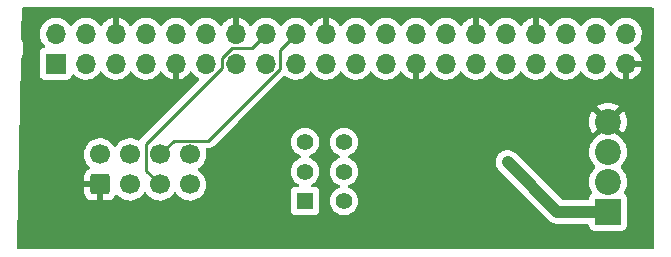
<source format=gbl>
G04 #@! TF.GenerationSoftware,KiCad,Pcbnew,6.0.6-3a73a75311~116~ubuntu22.04.1*
G04 #@! TF.CreationDate,2022-07-01T11:47:32+01:00*
G04 #@! TF.ProjectId,Pi_Connector,50695f43-6f6e-46e6-9563-746f722e6b69,rev?*
G04 #@! TF.SameCoordinates,Original*
G04 #@! TF.FileFunction,Copper,L2,Bot*
G04 #@! TF.FilePolarity,Positive*
%FSLAX46Y46*%
G04 Gerber Fmt 4.6, Leading zero omitted, Abs format (unit mm)*
G04 Created by KiCad (PCBNEW 6.0.6-3a73a75311~116~ubuntu22.04.1) date 2022-07-01 11:47:32*
%MOMM*%
%LPD*%
G01*
G04 APERTURE LIST*
G04 Aperture macros list*
%AMRoundRect*
0 Rectangle with rounded corners*
0 $1 Rounding radius*
0 $2 $3 $4 $5 $6 $7 $8 $9 X,Y pos of 4 corners*
0 Add a 4 corners polygon primitive as box body*
4,1,4,$2,$3,$4,$5,$6,$7,$8,$9,$2,$3,0*
0 Add four circle primitives for the rounded corners*
1,1,$1+$1,$2,$3*
1,1,$1+$1,$4,$5*
1,1,$1+$1,$6,$7*
1,1,$1+$1,$8,$9*
0 Add four rect primitives between the rounded corners*
20,1,$1+$1,$2,$3,$4,$5,0*
20,1,$1+$1,$4,$5,$6,$7,0*
20,1,$1+$1,$6,$7,$8,$9,0*
20,1,$1+$1,$8,$9,$2,$3,0*%
G04 Aperture macros list end*
G04 #@! TA.AperFunction,ComponentPad*
%ADD10R,1.400000X1.400000*%
G04 #@! TD*
G04 #@! TA.AperFunction,ComponentPad*
%ADD11C,1.400000*%
G04 #@! TD*
G04 #@! TA.AperFunction,ComponentPad*
%ADD12RoundRect,0.250000X0.600000X-0.600000X0.600000X0.600000X-0.600000X0.600000X-0.600000X-0.600000X0*%
G04 #@! TD*
G04 #@! TA.AperFunction,ComponentPad*
%ADD13C,1.700000*%
G04 #@! TD*
G04 #@! TA.AperFunction,ComponentPad*
%ADD14R,2.200000X2.200000*%
G04 #@! TD*
G04 #@! TA.AperFunction,ComponentPad*
%ADD15C,2.200000*%
G04 #@! TD*
G04 #@! TA.AperFunction,ComponentPad*
%ADD16R,1.700000X1.700000*%
G04 #@! TD*
G04 #@! TA.AperFunction,ComponentPad*
%ADD17O,1.700000X1.700000*%
G04 #@! TD*
G04 #@! TA.AperFunction,ViaPad*
%ADD18C,1.000000*%
G04 #@! TD*
G04 #@! TA.AperFunction,Conductor*
%ADD19C,1.000000*%
G04 #@! TD*
G04 #@! TA.AperFunction,Conductor*
%ADD20C,0.250000*%
G04 #@! TD*
G04 APERTURE END LIST*
D10*
G04 #@! TO.P,SW1,1,A*
G04 #@! TO.N,TXDO_ESP*
X75980168Y-62907500D03*
D11*
G04 #@! TO.P,SW1,2,B*
G04 #@! TO.N,TXDO*
X75980168Y-60407500D03*
G04 #@! TO.P,SW1,3,C*
G04 #@! TO.N,TXDO_NFC*
X75980168Y-57907500D03*
G04 #@! TO.P,SW1,4,A*
G04 #@! TO.N,RXDI_ESP*
X79280168Y-62907500D03*
G04 #@! TO.P,SW1,5,B*
G04 #@! TO.N,RXDI*
X79280168Y-60407500D03*
G04 #@! TO.P,SW1,6,C*
G04 #@! TO.N,RXDI_NFC*
X79280168Y-57907500D03*
G04 #@! TD*
D12*
G04 #@! TO.P,J1,1,Pin_1*
G04 #@! TO.N,GND*
X58630168Y-61500000D03*
D13*
G04 #@! TO.P,J1,2,Pin_2*
G04 #@! TO.N,+5V*
X58630168Y-58960000D03*
G04 #@! TO.P,J1,3,Pin_3*
G04 #@! TO.N,PI_POWERED*
X61170168Y-61500000D03*
G04 #@! TO.P,J1,4,Pin_4*
G04 #@! TO.N,PI_HEARTBEAT*
X61170168Y-58960000D03*
G04 #@! TO.P,J1,5,Pin_5*
G04 #@! TO.N,PI_OPEN_CMD_1*
X63710168Y-61500000D03*
G04 #@! TO.P,J1,6,Pin_6*
G04 #@! TO.N,PI_OPEN_CMD_2*
X63710168Y-58960000D03*
G04 #@! TO.P,J1,7,Pin_7*
G04 #@! TO.N,TXDO_ESP*
X66250168Y-61500000D03*
G04 #@! TO.P,J1,8,Pin_8*
G04 #@! TO.N,RXDI_ESP*
X66250168Y-58960000D03*
G04 #@! TD*
D14*
G04 #@! TO.P,J3,1,Pin_1*
G04 #@! TO.N,+5V*
X101630168Y-63815000D03*
D15*
G04 #@! TO.P,J3,2,Pin_2*
G04 #@! TO.N,TXDO_NFC_5*
X101630168Y-61275000D03*
G04 #@! TO.P,J3,3,Pin_3*
G04 #@! TO.N,RXDI_NFC_5*
X101630168Y-58735000D03*
G04 #@! TO.P,J3,4,Pin_4*
G04 #@! TO.N,GND*
X101630168Y-56195000D03*
G04 #@! TD*
D16*
G04 #@! TO.P,J2,1,Pin_1*
G04 #@! TO.N,PI_POWERED*
X54875000Y-51275000D03*
D17*
G04 #@! TO.P,J2,2,Pin_2*
G04 #@! TO.N,+5V*
X54875000Y-48735000D03*
G04 #@! TO.P,J2,3,Pin_3*
G04 #@! TO.N,unconnected-(J2-Pad3)*
X57415000Y-51275000D03*
G04 #@! TO.P,J2,4,Pin_4*
G04 #@! TO.N,+5V*
X57415000Y-48735000D03*
G04 #@! TO.P,J2,5,Pin_5*
G04 #@! TO.N,unconnected-(J2-Pad5)*
X59955000Y-51275000D03*
G04 #@! TO.P,J2,6,Pin_6*
G04 #@! TO.N,GND*
X59955000Y-48735000D03*
G04 #@! TO.P,J2,7,Pin_7*
G04 #@! TO.N,PI_HEARTBEAT*
X62495000Y-51275000D03*
G04 #@! TO.P,J2,8,Pin_8*
G04 #@! TO.N,TXDO*
X62495000Y-48735000D03*
G04 #@! TO.P,J2,9,Pin_9*
G04 #@! TO.N,GND*
X65035000Y-51275000D03*
G04 #@! TO.P,J2,10,Pin_10*
G04 #@! TO.N,RXDI*
X65035000Y-48735000D03*
G04 #@! TO.P,J2,11,Pin_11*
G04 #@! TO.N,unconnected-(J2-Pad11)*
X67575000Y-51275000D03*
G04 #@! TO.P,J2,12,Pin_12*
G04 #@! TO.N,unconnected-(J2-Pad12)*
X67575000Y-48735000D03*
G04 #@! TO.P,J2,13,Pin_13*
G04 #@! TO.N,unconnected-(J2-Pad13)*
X70115000Y-51275000D03*
G04 #@! TO.P,J2,14,Pin_14*
G04 #@! TO.N,GND*
X70115000Y-48735000D03*
G04 #@! TO.P,J2,15,Pin_15*
G04 #@! TO.N,unconnected-(J2-Pad15)*
X72655000Y-51275000D03*
G04 #@! TO.P,J2,16,Pin_16*
G04 #@! TO.N,PI_OPEN_CMD_1*
X72655000Y-48735000D03*
G04 #@! TO.P,J2,17,Pin_17*
G04 #@! TO.N,unconnected-(J2-Pad17)*
X75195000Y-51275000D03*
G04 #@! TO.P,J2,18,Pin_18*
G04 #@! TO.N,PI_OPEN_CMD_2*
X75195000Y-48735000D03*
G04 #@! TO.P,J2,19,Pin_19*
G04 #@! TO.N,unconnected-(J2-Pad19)*
X77735000Y-51275000D03*
G04 #@! TO.P,J2,20,Pin_20*
G04 #@! TO.N,GND*
X77735000Y-48735000D03*
G04 #@! TO.P,J2,21,Pin_21*
G04 #@! TO.N,unconnected-(J2-Pad21)*
X80275000Y-51275000D03*
G04 #@! TO.P,J2,22,Pin_22*
G04 #@! TO.N,unconnected-(J2-Pad22)*
X80275000Y-48735000D03*
G04 #@! TO.P,J2,23,Pin_23*
G04 #@! TO.N,unconnected-(J2-Pad23)*
X82815000Y-51275000D03*
G04 #@! TO.P,J2,24,Pin_24*
G04 #@! TO.N,unconnected-(J2-Pad24)*
X82815000Y-48735000D03*
G04 #@! TO.P,J2,25,Pin_25*
G04 #@! TO.N,GND*
X85355000Y-51275000D03*
G04 #@! TO.P,J2,26,Pin_26*
G04 #@! TO.N,unconnected-(J2-Pad26)*
X85355000Y-48735000D03*
G04 #@! TO.P,J2,27,Pin_27*
G04 #@! TO.N,unconnected-(J2-Pad27)*
X87895000Y-51275000D03*
G04 #@! TO.P,J2,28,Pin_28*
G04 #@! TO.N,unconnected-(J2-Pad28)*
X87895000Y-48735000D03*
G04 #@! TO.P,J2,29,Pin_29*
G04 #@! TO.N,unconnected-(J2-Pad29)*
X90435000Y-51275000D03*
G04 #@! TO.P,J2,30,Pin_30*
G04 #@! TO.N,GND*
X90435000Y-48735000D03*
G04 #@! TO.P,J2,31,Pin_31*
G04 #@! TO.N,unconnected-(J2-Pad31)*
X92975000Y-51275000D03*
G04 #@! TO.P,J2,32,Pin_32*
G04 #@! TO.N,unconnected-(J2-Pad32)*
X92975000Y-48735000D03*
G04 #@! TO.P,J2,33,Pin_33*
G04 #@! TO.N,unconnected-(J2-Pad33)*
X95515000Y-51275000D03*
G04 #@! TO.P,J2,34,Pin_34*
G04 #@! TO.N,GND*
X95515000Y-48735000D03*
G04 #@! TO.P,J2,35,Pin_35*
G04 #@! TO.N,unconnected-(J2-Pad35)*
X98055000Y-51275000D03*
G04 #@! TO.P,J2,36,Pin_36*
G04 #@! TO.N,unconnected-(J2-Pad36)*
X98055000Y-48735000D03*
G04 #@! TO.P,J2,37,Pin_37*
G04 #@! TO.N,unconnected-(J2-Pad37)*
X100595000Y-51275000D03*
G04 #@! TO.P,J2,38,Pin_38*
G04 #@! TO.N,unconnected-(J2-Pad38)*
X100595000Y-48735000D03*
G04 #@! TO.P,J2,39,Pin_39*
G04 #@! TO.N,GND*
X103135000Y-51275000D03*
G04 #@! TO.P,J2,40,Pin_40*
G04 #@! TO.N,unconnected-(J2-Pad40)*
X103135000Y-48735000D03*
G04 #@! TD*
D18*
G04 #@! TO.N,+5V*
X93130168Y-59600000D03*
G04 #@! TD*
D19*
G04 #@! TO.N,+5V*
X97345168Y-63815000D02*
X93130168Y-59600000D01*
X101630168Y-63815000D02*
X97345168Y-63815000D01*
D20*
G04 #@! TO.N,PI_OPEN_CMD_1*
X68940000Y-50788299D02*
X69818299Y-49910000D01*
X63710168Y-61500000D02*
X62535168Y-60325000D01*
X71480000Y-49910000D02*
X72655000Y-48735000D01*
X62535168Y-60325000D02*
X62535168Y-58064832D01*
X68940000Y-51660000D02*
X68940000Y-50788299D01*
X62535168Y-58064832D02*
X68940000Y-51660000D01*
X69818299Y-49910000D02*
X71480000Y-49910000D01*
G04 #@! TO.N,PI_OPEN_CMD_2*
X67806701Y-57785000D02*
X73830000Y-51761701D01*
X64885168Y-57785000D02*
X67806701Y-57785000D01*
X73830000Y-51761701D02*
X73830000Y-50100000D01*
X63710168Y-58960000D02*
X64885168Y-57785000D01*
X73830000Y-50100000D02*
X75195000Y-48735000D01*
G04 #@! TD*
G04 #@! TA.AperFunction,Conductor*
G04 #@! TO.N,GND*
G36*
X105442121Y-46528502D02*
G01*
X105488614Y-46582158D01*
X105500000Y-46634500D01*
X105500000Y-66874000D01*
X105479998Y-66942121D01*
X105426342Y-66988614D01*
X105374000Y-67000000D01*
X51758462Y-67000000D01*
X51690341Y-66979998D01*
X51643848Y-66926342D01*
X51632482Y-66871727D01*
X51717717Y-62147095D01*
X57272169Y-62147095D01*
X57272506Y-62153614D01*
X57282425Y-62249206D01*
X57285317Y-62262600D01*
X57336756Y-62416784D01*
X57342929Y-62429962D01*
X57428231Y-62567807D01*
X57437267Y-62579208D01*
X57551997Y-62693739D01*
X57563408Y-62702751D01*
X57701411Y-62787816D01*
X57714592Y-62793963D01*
X57868878Y-62845138D01*
X57882254Y-62848005D01*
X57976606Y-62857672D01*
X57983022Y-62858000D01*
X58358053Y-62858000D01*
X58373292Y-62853525D01*
X58374497Y-62852135D01*
X58376168Y-62844452D01*
X58376168Y-61772115D01*
X58371693Y-61756876D01*
X58370303Y-61755671D01*
X58362620Y-61754000D01*
X57290284Y-61754000D01*
X57275045Y-61758475D01*
X57273840Y-61759865D01*
X57272169Y-61767548D01*
X57272169Y-62147095D01*
X51717717Y-62147095D01*
X51920722Y-50894474D01*
X51931328Y-50846102D01*
X51986758Y-50719827D01*
X51988483Y-50715898D01*
X52012713Y-50630840D01*
X52066068Y-50443534D01*
X52067244Y-50439406D01*
X52107751Y-50154784D01*
X52107842Y-50137520D01*
X52109235Y-49871583D01*
X52109235Y-49871576D01*
X52109257Y-49867297D01*
X52107539Y-49854242D01*
X52072292Y-49586522D01*
X52071732Y-49582266D01*
X52060194Y-49540088D01*
X52020327Y-49394362D01*
X51995871Y-49304964D01*
X51961851Y-49225206D01*
X51951769Y-49173499D01*
X51960281Y-48701695D01*
X53512251Y-48701695D01*
X53512548Y-48706848D01*
X53512548Y-48706851D01*
X53518011Y-48801590D01*
X53525110Y-48924715D01*
X53526247Y-48929761D01*
X53526248Y-48929767D01*
X53537031Y-48977614D01*
X53574222Y-49142639D01*
X53612461Y-49236811D01*
X53641816Y-49309103D01*
X53658266Y-49349616D01*
X53705562Y-49426796D01*
X53772291Y-49535688D01*
X53774987Y-49540088D01*
X53921250Y-49708938D01*
X53925230Y-49712242D01*
X53929981Y-49716187D01*
X53969616Y-49775090D01*
X53971113Y-49846071D01*
X53933997Y-49906593D01*
X53893725Y-49931112D01*
X53852913Y-49946412D01*
X53778295Y-49974385D01*
X53661739Y-50061739D01*
X53574385Y-50178295D01*
X53523255Y-50314684D01*
X53516500Y-50376866D01*
X53516500Y-52173134D01*
X53523255Y-52235316D01*
X53574385Y-52371705D01*
X53661739Y-52488261D01*
X53778295Y-52575615D01*
X53914684Y-52626745D01*
X53976866Y-52633500D01*
X55773134Y-52633500D01*
X55835316Y-52626745D01*
X55971705Y-52575615D01*
X56088261Y-52488261D01*
X56175615Y-52371705D01*
X56187474Y-52340072D01*
X56219598Y-52254382D01*
X56262240Y-52197618D01*
X56328802Y-52172918D01*
X56398150Y-52188126D01*
X56432817Y-52216114D01*
X56461250Y-52248938D01*
X56633126Y-52391632D01*
X56826000Y-52504338D01*
X57034692Y-52584030D01*
X57039760Y-52585061D01*
X57039763Y-52585062D01*
X57134862Y-52604410D01*
X57253597Y-52628567D01*
X57258772Y-52628757D01*
X57258774Y-52628757D01*
X57471673Y-52636564D01*
X57471677Y-52636564D01*
X57476837Y-52636753D01*
X57481957Y-52636097D01*
X57481959Y-52636097D01*
X57693288Y-52609025D01*
X57693289Y-52609025D01*
X57698416Y-52608368D01*
X57703366Y-52606883D01*
X57907429Y-52545661D01*
X57907434Y-52545659D01*
X57912384Y-52544174D01*
X58112994Y-52445896D01*
X58294860Y-52316173D01*
X58453096Y-52158489D01*
X58583453Y-51977077D01*
X58584776Y-51978028D01*
X58631645Y-51934857D01*
X58701580Y-51922625D01*
X58767026Y-51950144D01*
X58794875Y-51981994D01*
X58854987Y-52080088D01*
X59001250Y-52248938D01*
X59173126Y-52391632D01*
X59366000Y-52504338D01*
X59574692Y-52584030D01*
X59579760Y-52585061D01*
X59579763Y-52585062D01*
X59674862Y-52604410D01*
X59793597Y-52628567D01*
X59798772Y-52628757D01*
X59798774Y-52628757D01*
X60011673Y-52636564D01*
X60011677Y-52636564D01*
X60016837Y-52636753D01*
X60021957Y-52636097D01*
X60021959Y-52636097D01*
X60233288Y-52609025D01*
X60233289Y-52609025D01*
X60238416Y-52608368D01*
X60243366Y-52606883D01*
X60447429Y-52545661D01*
X60447434Y-52545659D01*
X60452384Y-52544174D01*
X60652994Y-52445896D01*
X60834860Y-52316173D01*
X60993096Y-52158489D01*
X61123453Y-51977077D01*
X61124776Y-51978028D01*
X61171645Y-51934857D01*
X61241580Y-51922625D01*
X61307026Y-51950144D01*
X61334875Y-51981994D01*
X61394987Y-52080088D01*
X61541250Y-52248938D01*
X61713126Y-52391632D01*
X61906000Y-52504338D01*
X62114692Y-52584030D01*
X62119760Y-52585061D01*
X62119763Y-52585062D01*
X62214862Y-52604410D01*
X62333597Y-52628567D01*
X62338772Y-52628757D01*
X62338774Y-52628757D01*
X62551673Y-52636564D01*
X62551677Y-52636564D01*
X62556837Y-52636753D01*
X62561957Y-52636097D01*
X62561959Y-52636097D01*
X62773288Y-52609025D01*
X62773289Y-52609025D01*
X62778416Y-52608368D01*
X62783366Y-52606883D01*
X62987429Y-52545661D01*
X62987434Y-52545659D01*
X62992384Y-52544174D01*
X63192994Y-52445896D01*
X63374860Y-52316173D01*
X63533096Y-52158489D01*
X63663453Y-51977077D01*
X63664640Y-51977930D01*
X63711960Y-51934362D01*
X63781897Y-51922145D01*
X63847338Y-51949678D01*
X63875166Y-51981511D01*
X63932694Y-52075388D01*
X63938777Y-52083699D01*
X64078213Y-52244667D01*
X64085580Y-52251883D01*
X64249434Y-52387916D01*
X64257881Y-52393831D01*
X64441756Y-52501279D01*
X64451042Y-52505729D01*
X64650001Y-52581703D01*
X64659899Y-52584579D01*
X64763250Y-52605606D01*
X64777299Y-52604410D01*
X64781000Y-52594065D01*
X64781000Y-51147000D01*
X64801002Y-51078879D01*
X64854658Y-51032386D01*
X64907000Y-51021000D01*
X65163000Y-51021000D01*
X65231121Y-51041002D01*
X65277614Y-51094658D01*
X65289000Y-51147000D01*
X65289000Y-52593517D01*
X65293064Y-52607359D01*
X65306478Y-52609393D01*
X65313184Y-52608534D01*
X65323262Y-52606392D01*
X65527255Y-52545191D01*
X65536842Y-52541433D01*
X65728095Y-52447739D01*
X65736945Y-52442464D01*
X65910328Y-52318792D01*
X65918200Y-52312139D01*
X66069052Y-52161812D01*
X66075730Y-52153965D01*
X66203022Y-51976819D01*
X66204279Y-51977722D01*
X66251373Y-51934362D01*
X66321311Y-51922145D01*
X66386751Y-51949678D01*
X66414579Y-51981511D01*
X66474987Y-52080088D01*
X66621250Y-52248938D01*
X66793126Y-52391632D01*
X66979911Y-52500780D01*
X67028633Y-52552416D01*
X67041704Y-52622199D01*
X67014973Y-52687971D01*
X67005434Y-52698661D01*
X62142915Y-57561180D01*
X62134629Y-57568720D01*
X62128150Y-57572832D01*
X62122725Y-57578609D01*
X62081525Y-57622483D01*
X62078770Y-57625325D01*
X62059033Y-57645062D01*
X62056553Y-57648259D01*
X62048850Y-57657279D01*
X62018582Y-57689511D01*
X62014763Y-57696457D01*
X62014761Y-57696460D01*
X62008820Y-57707266D01*
X61997969Y-57723784D01*
X61987274Y-57737573D01*
X61929720Y-57779142D01*
X61858828Y-57782996D01*
X61826819Y-57770660D01*
X61733484Y-57719137D01*
X61728957Y-57716638D01*
X61724088Y-57714914D01*
X61724084Y-57714912D01*
X61523255Y-57643795D01*
X61523251Y-57643794D01*
X61518380Y-57642069D01*
X61513287Y-57641162D01*
X61513284Y-57641161D01*
X61303541Y-57603800D01*
X61303535Y-57603799D01*
X61298452Y-57602894D01*
X61224620Y-57601992D01*
X61080249Y-57600228D01*
X61080247Y-57600228D01*
X61075079Y-57600165D01*
X60854259Y-57633955D01*
X60641924Y-57703357D01*
X60611611Y-57719137D01*
X60496343Y-57779142D01*
X60443775Y-57806507D01*
X60439642Y-57809610D01*
X60439639Y-57809612D01*
X60269268Y-57937530D01*
X60265133Y-57940635D01*
X60110797Y-58102138D01*
X60003369Y-58259621D01*
X59948461Y-58304621D01*
X59877936Y-58312792D01*
X59814189Y-58281538D01*
X59793492Y-58257054D01*
X59712990Y-58132617D01*
X59712988Y-58132614D01*
X59710182Y-58128277D01*
X59559838Y-57963051D01*
X59555787Y-57959852D01*
X59555783Y-57959848D01*
X59388582Y-57827800D01*
X59388578Y-57827798D01*
X59384527Y-57824598D01*
X59188957Y-57716638D01*
X59184088Y-57714914D01*
X59184084Y-57714912D01*
X58983255Y-57643795D01*
X58983251Y-57643794D01*
X58978380Y-57642069D01*
X58973287Y-57641162D01*
X58973284Y-57641161D01*
X58763541Y-57603800D01*
X58763535Y-57603799D01*
X58758452Y-57602894D01*
X58684620Y-57601992D01*
X58540249Y-57600228D01*
X58540247Y-57600228D01*
X58535079Y-57600165D01*
X58314259Y-57633955D01*
X58101924Y-57703357D01*
X58071611Y-57719137D01*
X57956343Y-57779142D01*
X57903775Y-57806507D01*
X57899642Y-57809610D01*
X57899639Y-57809612D01*
X57729268Y-57937530D01*
X57725133Y-57940635D01*
X57570797Y-58102138D01*
X57444911Y-58286680D01*
X57400038Y-58383351D01*
X57353970Y-58482597D01*
X57350856Y-58489305D01*
X57291157Y-58704570D01*
X57267419Y-58926695D01*
X57267716Y-58931848D01*
X57267716Y-58931851D01*
X57278600Y-59120616D01*
X57280278Y-59149715D01*
X57281415Y-59154761D01*
X57281416Y-59154767D01*
X57300211Y-59238164D01*
X57329390Y-59367639D01*
X57413434Y-59574616D01*
X57464187Y-59657438D01*
X57527459Y-59760688D01*
X57530155Y-59765088D01*
X57676418Y-59933938D01*
X57741064Y-59987608D01*
X57746940Y-59992486D01*
X57786576Y-60051389D01*
X57788074Y-60122370D01*
X57750960Y-60182893D01*
X57719907Y-60203532D01*
X57700208Y-60212760D01*
X57562361Y-60298063D01*
X57550960Y-60307099D01*
X57436429Y-60421829D01*
X57427417Y-60433240D01*
X57342352Y-60571243D01*
X57336205Y-60584424D01*
X57285030Y-60738710D01*
X57282163Y-60752086D01*
X57272496Y-60846438D01*
X57272168Y-60852855D01*
X57272168Y-61227885D01*
X57276643Y-61243124D01*
X57278033Y-61244329D01*
X57285716Y-61246000D01*
X58758168Y-61246000D01*
X58826289Y-61266002D01*
X58872782Y-61319658D01*
X58884168Y-61372000D01*
X58884168Y-62839884D01*
X58888643Y-62855123D01*
X58890033Y-62856328D01*
X58897716Y-62857999D01*
X59277263Y-62857999D01*
X59283782Y-62857662D01*
X59379374Y-62847743D01*
X59392768Y-62844851D01*
X59546952Y-62793412D01*
X59560130Y-62787239D01*
X59697975Y-62701937D01*
X59709376Y-62692901D01*
X59823907Y-62578171D01*
X59832919Y-62566760D01*
X59917986Y-62428755D01*
X59926568Y-62410350D01*
X59973484Y-62357065D01*
X60041761Y-62337603D01*
X60109722Y-62358144D01*
X60136000Y-62381101D01*
X60161336Y-62410350D01*
X60213034Y-62470032D01*
X60213037Y-62470035D01*
X60216418Y-62473938D01*
X60343217Y-62579208D01*
X60373903Y-62604684D01*
X60388294Y-62616632D01*
X60581168Y-62729338D01*
X60789860Y-62809030D01*
X60794928Y-62810061D01*
X60794931Y-62810062D01*
X60902185Y-62831883D01*
X61008765Y-62853567D01*
X61013940Y-62853757D01*
X61013942Y-62853757D01*
X61226841Y-62861564D01*
X61226845Y-62861564D01*
X61232005Y-62861753D01*
X61237125Y-62861097D01*
X61237127Y-62861097D01*
X61448456Y-62834025D01*
X61448457Y-62834025D01*
X61453584Y-62833368D01*
X61458534Y-62831883D01*
X61662597Y-62770661D01*
X61662602Y-62770659D01*
X61667552Y-62769174D01*
X61868162Y-62670896D01*
X62050028Y-62541173D01*
X62093453Y-62497900D01*
X62161628Y-62429962D01*
X62208264Y-62383489D01*
X62227252Y-62357065D01*
X62338621Y-62202077D01*
X62339944Y-62203028D01*
X62386813Y-62159857D01*
X62456748Y-62147625D01*
X62522194Y-62175144D01*
X62550043Y-62206994D01*
X62610155Y-62305088D01*
X62756418Y-62473938D01*
X62883217Y-62579208D01*
X62913903Y-62604684D01*
X62928294Y-62616632D01*
X63121168Y-62729338D01*
X63329860Y-62809030D01*
X63334928Y-62810061D01*
X63334931Y-62810062D01*
X63442185Y-62831883D01*
X63548765Y-62853567D01*
X63553940Y-62853757D01*
X63553942Y-62853757D01*
X63766841Y-62861564D01*
X63766845Y-62861564D01*
X63772005Y-62861753D01*
X63777125Y-62861097D01*
X63777127Y-62861097D01*
X63988456Y-62834025D01*
X63988457Y-62834025D01*
X63993584Y-62833368D01*
X63998534Y-62831883D01*
X64202597Y-62770661D01*
X64202602Y-62770659D01*
X64207552Y-62769174D01*
X64408162Y-62670896D01*
X64590028Y-62541173D01*
X64633453Y-62497900D01*
X64701628Y-62429962D01*
X64748264Y-62383489D01*
X64767252Y-62357065D01*
X64878621Y-62202077D01*
X64879944Y-62203028D01*
X64926813Y-62159857D01*
X64996748Y-62147625D01*
X65062194Y-62175144D01*
X65090043Y-62206994D01*
X65150155Y-62305088D01*
X65296418Y-62473938D01*
X65423217Y-62579208D01*
X65453903Y-62604684D01*
X65468294Y-62616632D01*
X65661168Y-62729338D01*
X65869860Y-62809030D01*
X65874928Y-62810061D01*
X65874931Y-62810062D01*
X65982185Y-62831883D01*
X66088765Y-62853567D01*
X66093940Y-62853757D01*
X66093942Y-62853757D01*
X66306841Y-62861564D01*
X66306845Y-62861564D01*
X66312005Y-62861753D01*
X66317125Y-62861097D01*
X66317127Y-62861097D01*
X66528456Y-62834025D01*
X66528457Y-62834025D01*
X66533584Y-62833368D01*
X66538534Y-62831883D01*
X66742597Y-62770661D01*
X66742602Y-62770659D01*
X66747552Y-62769174D01*
X66948162Y-62670896D01*
X67130028Y-62541173D01*
X67173453Y-62497900D01*
X67241628Y-62429962D01*
X67288264Y-62383489D01*
X67307252Y-62357065D01*
X67415603Y-62206277D01*
X67418621Y-62202077D01*
X67439488Y-62159857D01*
X67515304Y-62006453D01*
X67515305Y-62006451D01*
X67517598Y-62001811D01*
X67582538Y-61788069D01*
X67611697Y-61566590D01*
X67612537Y-61532216D01*
X67613242Y-61503365D01*
X67613242Y-61503361D01*
X67613324Y-61500000D01*
X67595020Y-61277361D01*
X67540599Y-61060702D01*
X67451522Y-60855840D01*
X67397177Y-60771836D01*
X67332990Y-60672617D01*
X67332988Y-60672614D01*
X67330182Y-60668277D01*
X67179838Y-60503051D01*
X67175787Y-60499852D01*
X67175783Y-60499848D01*
X67058851Y-60407500D01*
X74767052Y-60407500D01*
X74785482Y-60618155D01*
X74786906Y-60623468D01*
X74786906Y-60623470D01*
X74817785Y-60738710D01*
X74840212Y-60822410D01*
X74842534Y-60827391D01*
X74842535Y-60827392D01*
X74858016Y-60860590D01*
X74929579Y-61014058D01*
X75050867Y-61187276D01*
X75200392Y-61336801D01*
X75373610Y-61458089D01*
X75378593Y-61460412D01*
X75383363Y-61463167D01*
X75382264Y-61465070D01*
X75428438Y-61505735D01*
X75447891Y-61574014D01*
X75427341Y-61641972D01*
X75373313Y-61688031D01*
X75321895Y-61699000D01*
X75232034Y-61699000D01*
X75169852Y-61705755D01*
X75033463Y-61756885D01*
X74916907Y-61844239D01*
X74829553Y-61960795D01*
X74778423Y-62097184D01*
X74771668Y-62159366D01*
X74771668Y-63655634D01*
X74778423Y-63717816D01*
X74829553Y-63854205D01*
X74916907Y-63970761D01*
X75033463Y-64058115D01*
X75169852Y-64109245D01*
X75232034Y-64116000D01*
X76728302Y-64116000D01*
X76790484Y-64109245D01*
X76926873Y-64058115D01*
X77043429Y-63970761D01*
X77130783Y-63854205D01*
X77181913Y-63717816D01*
X77188668Y-63655634D01*
X77188668Y-62907500D01*
X78067052Y-62907500D01*
X78085482Y-63118155D01*
X78140212Y-63322410D01*
X78229579Y-63514058D01*
X78350867Y-63687276D01*
X78500392Y-63836801D01*
X78673610Y-63958089D01*
X78678588Y-63960410D01*
X78678591Y-63960412D01*
X78860276Y-64045133D01*
X78865258Y-64047456D01*
X78870566Y-64048878D01*
X78870568Y-64048879D01*
X79064198Y-64100762D01*
X79064200Y-64100762D01*
X79069513Y-64102186D01*
X79280168Y-64120616D01*
X79490823Y-64102186D01*
X79496136Y-64100762D01*
X79496138Y-64100762D01*
X79689768Y-64048879D01*
X79689770Y-64048878D01*
X79695078Y-64047456D01*
X79700060Y-64045133D01*
X79881745Y-63960412D01*
X79881748Y-63960410D01*
X79886726Y-63958089D01*
X80059944Y-63836801D01*
X80209469Y-63687276D01*
X80330757Y-63514058D01*
X80420124Y-63322410D01*
X80474854Y-63118155D01*
X80493284Y-62907500D01*
X80474854Y-62696845D01*
X80473430Y-62691530D01*
X80421547Y-62497900D01*
X80421546Y-62497898D01*
X80420124Y-62492590D01*
X80412716Y-62476703D01*
X80333080Y-62305923D01*
X80333078Y-62305920D01*
X80330757Y-62300942D01*
X80209469Y-62127724D01*
X80059944Y-61978199D01*
X79886726Y-61856911D01*
X79881748Y-61854590D01*
X79881745Y-61854588D01*
X79703980Y-61771695D01*
X79650695Y-61724778D01*
X79631234Y-61656500D01*
X79651776Y-61588540D01*
X79703980Y-61543305D01*
X79881745Y-61460412D01*
X79881748Y-61460410D01*
X79886726Y-61458089D01*
X80059944Y-61336801D01*
X80209469Y-61187276D01*
X80330757Y-61014058D01*
X80402321Y-60860590D01*
X80417801Y-60827392D01*
X80417802Y-60827391D01*
X80420124Y-60822410D01*
X80442552Y-60738710D01*
X80473430Y-60623470D01*
X80473430Y-60623468D01*
X80474854Y-60618155D01*
X80493284Y-60407500D01*
X80474854Y-60196845D01*
X80471116Y-60182893D01*
X80421547Y-59997900D01*
X80421546Y-59997898D01*
X80420124Y-59992590D01*
X80411455Y-59974000D01*
X80333080Y-59805923D01*
X80333078Y-59805920D01*
X80330757Y-59800942D01*
X80209469Y-59627724D01*
X80171133Y-59589388D01*
X92116844Y-59589388D01*
X92125302Y-59686071D01*
X92133436Y-59782934D01*
X92133926Y-59784644D01*
X92134081Y-59786413D01*
X92161164Y-59879634D01*
X92187951Y-59973050D01*
X92188764Y-59974632D01*
X92189259Y-59976336D01*
X92233956Y-60062565D01*
X92278355Y-60148956D01*
X92279458Y-60150347D01*
X92280276Y-60151926D01*
X92340894Y-60227861D01*
X92401203Y-60303953D01*
X92405896Y-60307947D01*
X92405897Y-60307948D01*
X92442228Y-60338868D01*
X92449660Y-60345727D01*
X96588313Y-64484379D01*
X96597415Y-64494522D01*
X96621136Y-64524025D01*
X96625864Y-64527992D01*
X96659589Y-64556291D01*
X96663237Y-64559472D01*
X96665049Y-64561115D01*
X96667243Y-64563309D01*
X96700517Y-64590642D01*
X96701315Y-64591304D01*
X96772642Y-64651154D01*
X96777312Y-64653722D01*
X96781429Y-64657103D01*
X96839313Y-64688140D01*
X96863254Y-64700977D01*
X96864413Y-64701606D01*
X96940549Y-64743462D01*
X96940557Y-64743465D01*
X96945955Y-64746433D01*
X96951037Y-64748045D01*
X96955731Y-64750562D01*
X97044699Y-64777762D01*
X97045727Y-64778082D01*
X97134474Y-64806235D01*
X97139770Y-64806829D01*
X97144866Y-64808387D01*
X97237425Y-64817790D01*
X97238561Y-64817911D01*
X97272176Y-64821681D01*
X97284898Y-64823108D01*
X97284902Y-64823108D01*
X97288395Y-64823500D01*
X97291922Y-64823500D01*
X97292907Y-64823555D01*
X97298587Y-64824002D01*
X97327993Y-64826989D01*
X97335505Y-64827752D01*
X97335507Y-64827752D01*
X97341630Y-64828374D01*
X97387276Y-64824059D01*
X97399135Y-64823500D01*
X99895668Y-64823500D01*
X99963789Y-64843502D01*
X100010282Y-64897158D01*
X100021668Y-64949500D01*
X100021668Y-64963134D01*
X100028423Y-65025316D01*
X100079553Y-65161705D01*
X100166907Y-65278261D01*
X100283463Y-65365615D01*
X100419852Y-65416745D01*
X100482034Y-65423500D01*
X102778302Y-65423500D01*
X102840484Y-65416745D01*
X102976873Y-65365615D01*
X103093429Y-65278261D01*
X103180783Y-65161705D01*
X103231913Y-65025316D01*
X103238668Y-64963134D01*
X103238668Y-62666866D01*
X103231913Y-62604684D01*
X103180783Y-62468295D01*
X103093429Y-62351739D01*
X103023122Y-62299046D01*
X102980608Y-62242187D01*
X102975583Y-62171369D01*
X102991255Y-62132386D01*
X103065198Y-62011722D01*
X103067784Y-62007502D01*
X103070142Y-62001811D01*
X103162779Y-61778164D01*
X103162780Y-61778162D01*
X103164673Y-61773591D01*
X103201399Y-61620616D01*
X103222622Y-61532216D01*
X103222623Y-61532210D01*
X103223777Y-61527403D01*
X103243642Y-61275000D01*
X103223777Y-61022597D01*
X103221091Y-61011406D01*
X103165828Y-60781221D01*
X103164673Y-60776409D01*
X103121681Y-60672617D01*
X103069679Y-60547072D01*
X103069677Y-60547068D01*
X103067784Y-60542498D01*
X102935496Y-60326624D01*
X102771066Y-60134102D01*
X102767310Y-60130894D01*
X102767303Y-60130887D01*
X102732088Y-60100810D01*
X102693279Y-60041359D01*
X102692773Y-59970365D01*
X102732088Y-59909190D01*
X102767303Y-59879113D01*
X102767310Y-59879106D01*
X102771066Y-59875898D01*
X102935496Y-59683376D01*
X103067784Y-59467502D01*
X103070142Y-59461811D01*
X103162779Y-59238164D01*
X103162780Y-59238162D01*
X103164673Y-59233591D01*
X103199093Y-59090222D01*
X103222622Y-58992216D01*
X103222623Y-58992210D01*
X103223777Y-58987403D01*
X103243642Y-58735000D01*
X103223777Y-58482597D01*
X103221091Y-58471406D01*
X103184989Y-58321032D01*
X103164673Y-58236409D01*
X103121681Y-58132617D01*
X103069679Y-58007072D01*
X103069677Y-58007068D01*
X103067784Y-58002498D01*
X102935496Y-57786624D01*
X102771066Y-57594102D01*
X102578544Y-57429672D01*
X102402944Y-57322064D01*
X102379684Y-57303726D01*
X101642980Y-56567022D01*
X101629036Y-56559408D01*
X101627203Y-56559539D01*
X101620588Y-56563790D01*
X100880652Y-57303726D01*
X100857392Y-57322064D01*
X100681792Y-57429672D01*
X100489270Y-57594102D01*
X100324840Y-57786624D01*
X100192552Y-58002498D01*
X100190659Y-58007068D01*
X100190657Y-58007072D01*
X100138655Y-58132617D01*
X100095663Y-58236409D01*
X100075347Y-58321032D01*
X100039246Y-58471406D01*
X100036559Y-58482597D01*
X100016694Y-58735000D01*
X100036559Y-58987403D01*
X100037713Y-58992210D01*
X100037714Y-58992216D01*
X100061243Y-59090222D01*
X100095663Y-59233591D01*
X100097556Y-59238162D01*
X100097557Y-59238164D01*
X100190195Y-59461811D01*
X100192552Y-59467502D01*
X100324840Y-59683376D01*
X100489270Y-59875898D01*
X100493026Y-59879106D01*
X100493033Y-59879113D01*
X100528248Y-59909190D01*
X100567057Y-59968641D01*
X100567563Y-60039635D01*
X100528248Y-60100810D01*
X100493033Y-60130887D01*
X100493026Y-60130894D01*
X100489270Y-60134102D01*
X100324840Y-60326624D01*
X100192552Y-60542498D01*
X100190659Y-60547068D01*
X100190657Y-60547072D01*
X100138655Y-60672617D01*
X100095663Y-60776409D01*
X100094508Y-60781221D01*
X100039246Y-61011406D01*
X100036559Y-61022597D01*
X100016694Y-61275000D01*
X100036559Y-61527403D01*
X100037713Y-61532210D01*
X100037714Y-61532216D01*
X100058937Y-61620616D01*
X100095663Y-61773591D01*
X100097556Y-61778162D01*
X100097557Y-61778164D01*
X100190195Y-62001811D01*
X100192552Y-62007502D01*
X100195138Y-62011722D01*
X100269081Y-62132386D01*
X100287619Y-62200920D01*
X100266163Y-62268596D01*
X100237215Y-62299046D01*
X100166907Y-62351739D01*
X100079553Y-62468295D01*
X100028423Y-62604684D01*
X100021668Y-62666866D01*
X100021668Y-62680500D01*
X100001666Y-62748621D01*
X99948010Y-62795114D01*
X99895668Y-62806500D01*
X97815093Y-62806500D01*
X97746972Y-62786498D01*
X97725998Y-62769595D01*
X93884236Y-58927834D01*
X93875688Y-58918375D01*
X93853122Y-58890706D01*
X93853120Y-58890704D01*
X93849233Y-58885938D01*
X93844491Y-58882015D01*
X93844489Y-58882013D01*
X93810412Y-58853822D01*
X93809006Y-58852604D01*
X93808093Y-58851691D01*
X93771728Y-58821820D01*
X93696843Y-58759870D01*
X93695280Y-58759025D01*
X93693907Y-58757897D01*
X93686606Y-58753982D01*
X93608457Y-58712080D01*
X93608069Y-58711870D01*
X93528085Y-58668622D01*
X93528082Y-58668621D01*
X93522869Y-58665802D01*
X93521165Y-58665275D01*
X93519605Y-58664438D01*
X93513967Y-58662714D01*
X93513964Y-58662713D01*
X93427172Y-58636178D01*
X93426752Y-58636049D01*
X93339554Y-58609057D01*
X93333936Y-58607318D01*
X93332168Y-58607132D01*
X93330470Y-58606613D01*
X93233972Y-58596811D01*
X93233708Y-58596784D01*
X93137243Y-58586645D01*
X93135476Y-58586806D01*
X93133706Y-58586626D01*
X93127824Y-58587182D01*
X93127823Y-58587182D01*
X93036990Y-58595768D01*
X93036553Y-58595808D01*
X92991437Y-58599914D01*
X92940280Y-58604570D01*
X92938575Y-58605072D01*
X92936806Y-58605239D01*
X92931157Y-58606923D01*
X92931152Y-58606924D01*
X92843896Y-58632936D01*
X92843475Y-58633061D01*
X92750549Y-58660410D01*
X92748973Y-58661234D01*
X92747272Y-58661741D01*
X92739570Y-58665802D01*
X92691454Y-58691171D01*
X92661420Y-58707006D01*
X92575278Y-58752040D01*
X92573893Y-58753154D01*
X92572322Y-58753982D01*
X92567740Y-58757692D01*
X92567736Y-58757695D01*
X92497086Y-58814907D01*
X92496744Y-58815183D01*
X92425759Y-58872256D01*
X92425756Y-58872259D01*
X92421143Y-58875968D01*
X92420000Y-58877331D01*
X92418621Y-58878447D01*
X92414831Y-58882996D01*
X92356693Y-58952775D01*
X92356411Y-58953112D01*
X92323599Y-58992216D01*
X92294014Y-59027474D01*
X92293156Y-59029035D01*
X92292022Y-59030396D01*
X92289205Y-59035563D01*
X92289202Y-59035567D01*
X92282720Y-59047456D01*
X92245543Y-59115642D01*
X92198735Y-59200787D01*
X92198199Y-59202476D01*
X92197346Y-59204041D01*
X92195588Y-59209652D01*
X92195586Y-59209656D01*
X92188086Y-59233591D01*
X92168242Y-59296914D01*
X92138933Y-59389306D01*
X92138735Y-59391070D01*
X92138203Y-59392768D01*
X92127709Y-59489373D01*
X92116887Y-59585851D01*
X92117036Y-59587623D01*
X92116844Y-59589388D01*
X80171133Y-59589388D01*
X80059944Y-59478199D01*
X79886726Y-59356911D01*
X79881748Y-59354590D01*
X79881745Y-59354588D01*
X79703980Y-59271695D01*
X79650695Y-59224778D01*
X79631234Y-59156500D01*
X79651776Y-59088540D01*
X79703980Y-59043305D01*
X79881745Y-58960412D01*
X79881748Y-58960410D01*
X79886726Y-58958089D01*
X80059944Y-58836801D01*
X80209469Y-58687276D01*
X80330757Y-58514058D01*
X80375317Y-58418500D01*
X80417801Y-58327392D01*
X80417802Y-58327391D01*
X80420124Y-58322410D01*
X80421885Y-58315840D01*
X80473430Y-58123470D01*
X80473430Y-58123468D01*
X80474854Y-58118155D01*
X80493284Y-57907500D01*
X80474854Y-57696845D01*
X80472889Y-57689511D01*
X80421547Y-57497900D01*
X80421546Y-57497898D01*
X80420124Y-57492590D01*
X80389581Y-57427090D01*
X80333080Y-57305923D01*
X80333078Y-57305920D01*
X80330757Y-57300942D01*
X80209469Y-57127724D01*
X80059944Y-56978199D01*
X79886726Y-56856911D01*
X79881748Y-56854590D01*
X79881745Y-56854588D01*
X79700060Y-56769867D01*
X79700059Y-56769866D01*
X79695078Y-56767544D01*
X79689770Y-56766122D01*
X79689768Y-56766121D01*
X79496138Y-56714238D01*
X79496136Y-56714238D01*
X79490823Y-56712814D01*
X79280168Y-56694384D01*
X79069513Y-56712814D01*
X79064200Y-56714238D01*
X79064198Y-56714238D01*
X78870568Y-56766121D01*
X78870566Y-56766122D01*
X78865258Y-56767544D01*
X78860277Y-56769866D01*
X78860276Y-56769867D01*
X78678591Y-56854588D01*
X78678588Y-56854590D01*
X78673610Y-56856911D01*
X78500392Y-56978199D01*
X78350867Y-57127724D01*
X78229579Y-57300942D01*
X78227258Y-57305920D01*
X78227256Y-57305923D01*
X78170755Y-57427090D01*
X78140212Y-57492590D01*
X78138790Y-57497898D01*
X78138789Y-57497900D01*
X78087447Y-57689511D01*
X78085482Y-57696845D01*
X78067052Y-57907500D01*
X78085482Y-58118155D01*
X78086906Y-58123468D01*
X78086906Y-58123470D01*
X78138452Y-58315840D01*
X78140212Y-58322410D01*
X78142534Y-58327391D01*
X78142535Y-58327392D01*
X78185020Y-58418500D01*
X78229579Y-58514058D01*
X78350867Y-58687276D01*
X78500392Y-58836801D01*
X78673610Y-58958089D01*
X78678588Y-58960410D01*
X78678591Y-58960412D01*
X78856356Y-59043305D01*
X78909641Y-59090222D01*
X78929102Y-59158500D01*
X78908560Y-59226460D01*
X78856356Y-59271695D01*
X78678591Y-59354588D01*
X78678588Y-59354590D01*
X78673610Y-59356911D01*
X78500392Y-59478199D01*
X78350867Y-59627724D01*
X78229579Y-59800942D01*
X78227258Y-59805920D01*
X78227256Y-59805923D01*
X78148881Y-59974000D01*
X78140212Y-59992590D01*
X78138790Y-59997898D01*
X78138789Y-59997900D01*
X78089220Y-60182893D01*
X78085482Y-60196845D01*
X78067052Y-60407500D01*
X78085482Y-60618155D01*
X78086906Y-60623468D01*
X78086906Y-60623470D01*
X78117785Y-60738710D01*
X78140212Y-60822410D01*
X78142534Y-60827391D01*
X78142535Y-60827392D01*
X78158016Y-60860590D01*
X78229579Y-61014058D01*
X78350867Y-61187276D01*
X78500392Y-61336801D01*
X78673610Y-61458089D01*
X78678588Y-61460410D01*
X78678591Y-61460412D01*
X78856356Y-61543305D01*
X78909641Y-61590222D01*
X78929102Y-61658500D01*
X78908560Y-61726460D01*
X78856356Y-61771695D01*
X78678591Y-61854588D01*
X78678588Y-61854590D01*
X78673610Y-61856911D01*
X78500392Y-61978199D01*
X78350867Y-62127724D01*
X78229579Y-62300942D01*
X78227258Y-62305920D01*
X78227256Y-62305923D01*
X78147620Y-62476703D01*
X78140212Y-62492590D01*
X78138790Y-62497898D01*
X78138789Y-62497900D01*
X78086906Y-62691530D01*
X78085482Y-62696845D01*
X78067052Y-62907500D01*
X77188668Y-62907500D01*
X77188668Y-62159366D01*
X77181913Y-62097184D01*
X77130783Y-61960795D01*
X77043429Y-61844239D01*
X76926873Y-61756885D01*
X76790484Y-61705755D01*
X76728302Y-61699000D01*
X76638441Y-61699000D01*
X76570320Y-61678998D01*
X76523827Y-61625342D01*
X76513723Y-61555068D01*
X76543217Y-61490488D01*
X76577712Y-61464447D01*
X76576973Y-61463167D01*
X76581743Y-61460412D01*
X76586726Y-61458089D01*
X76759944Y-61336801D01*
X76909469Y-61187276D01*
X77030757Y-61014058D01*
X77102321Y-60860590D01*
X77117801Y-60827392D01*
X77117802Y-60827391D01*
X77120124Y-60822410D01*
X77142552Y-60738710D01*
X77173430Y-60623470D01*
X77173430Y-60623468D01*
X77174854Y-60618155D01*
X77193284Y-60407500D01*
X77174854Y-60196845D01*
X77171116Y-60182893D01*
X77121547Y-59997900D01*
X77121546Y-59997898D01*
X77120124Y-59992590D01*
X77111455Y-59974000D01*
X77033080Y-59805923D01*
X77033078Y-59805920D01*
X77030757Y-59800942D01*
X76909469Y-59627724D01*
X76759944Y-59478199D01*
X76586726Y-59356911D01*
X76581748Y-59354590D01*
X76581745Y-59354588D01*
X76403980Y-59271695D01*
X76350695Y-59224778D01*
X76331234Y-59156500D01*
X76351776Y-59088540D01*
X76403980Y-59043305D01*
X76581745Y-58960412D01*
X76581748Y-58960410D01*
X76586726Y-58958089D01*
X76759944Y-58836801D01*
X76909469Y-58687276D01*
X77030757Y-58514058D01*
X77075317Y-58418500D01*
X77117801Y-58327392D01*
X77117802Y-58327391D01*
X77120124Y-58322410D01*
X77121885Y-58315840D01*
X77173430Y-58123470D01*
X77173430Y-58123468D01*
X77174854Y-58118155D01*
X77193284Y-57907500D01*
X77174854Y-57696845D01*
X77172889Y-57689511D01*
X77121547Y-57497900D01*
X77121546Y-57497898D01*
X77120124Y-57492590D01*
X77089581Y-57427090D01*
X77033080Y-57305923D01*
X77033078Y-57305920D01*
X77030757Y-57300942D01*
X76909469Y-57127724D01*
X76759944Y-56978199D01*
X76586726Y-56856911D01*
X76581748Y-56854590D01*
X76581745Y-56854588D01*
X76400060Y-56769867D01*
X76400059Y-56769866D01*
X76395078Y-56767544D01*
X76389770Y-56766122D01*
X76389768Y-56766121D01*
X76196138Y-56714238D01*
X76196136Y-56714238D01*
X76190823Y-56712814D01*
X75980168Y-56694384D01*
X75769513Y-56712814D01*
X75764200Y-56714238D01*
X75764198Y-56714238D01*
X75570568Y-56766121D01*
X75570566Y-56766122D01*
X75565258Y-56767544D01*
X75560277Y-56769866D01*
X75560276Y-56769867D01*
X75378591Y-56854588D01*
X75378588Y-56854590D01*
X75373610Y-56856911D01*
X75200392Y-56978199D01*
X75050867Y-57127724D01*
X74929579Y-57300942D01*
X74927258Y-57305920D01*
X74927256Y-57305923D01*
X74870755Y-57427090D01*
X74840212Y-57492590D01*
X74838790Y-57497898D01*
X74838789Y-57497900D01*
X74787447Y-57689511D01*
X74785482Y-57696845D01*
X74767052Y-57907500D01*
X74785482Y-58118155D01*
X74786906Y-58123468D01*
X74786906Y-58123470D01*
X74838452Y-58315840D01*
X74840212Y-58322410D01*
X74842534Y-58327391D01*
X74842535Y-58327392D01*
X74885020Y-58418500D01*
X74929579Y-58514058D01*
X75050867Y-58687276D01*
X75200392Y-58836801D01*
X75373610Y-58958089D01*
X75378588Y-58960410D01*
X75378591Y-58960412D01*
X75556356Y-59043305D01*
X75609641Y-59090222D01*
X75629102Y-59158500D01*
X75608560Y-59226460D01*
X75556356Y-59271695D01*
X75378591Y-59354588D01*
X75378588Y-59354590D01*
X75373610Y-59356911D01*
X75200392Y-59478199D01*
X75050867Y-59627724D01*
X74929579Y-59800942D01*
X74927258Y-59805920D01*
X74927256Y-59805923D01*
X74848881Y-59974000D01*
X74840212Y-59992590D01*
X74838790Y-59997898D01*
X74838789Y-59997900D01*
X74789220Y-60182893D01*
X74785482Y-60196845D01*
X74767052Y-60407500D01*
X67058851Y-60407500D01*
X67008582Y-60367800D01*
X67008578Y-60367798D01*
X67004527Y-60364598D01*
X66963221Y-60341796D01*
X66913252Y-60291364D01*
X66898480Y-60221921D01*
X66923596Y-60155516D01*
X66950948Y-60128909D01*
X67005034Y-60090330D01*
X67130028Y-60001173D01*
X67138746Y-59992486D01*
X67252515Y-59879113D01*
X67288264Y-59843489D01*
X67335989Y-59777073D01*
X67415603Y-59666277D01*
X67418621Y-59662077D01*
X67433370Y-59632236D01*
X67515304Y-59466453D01*
X67515305Y-59466451D01*
X67517598Y-59461811D01*
X67582538Y-59248069D01*
X67611697Y-59026590D01*
X67612537Y-58992216D01*
X67613242Y-58963365D01*
X67613242Y-58963361D01*
X67613324Y-58960000D01*
X67595020Y-58737361D01*
X67588618Y-58711870D01*
X67554287Y-58575195D01*
X67557091Y-58504254D01*
X67597804Y-58446091D01*
X67663499Y-58419172D01*
X67676491Y-58418500D01*
X67727934Y-58418500D01*
X67739117Y-58419027D01*
X67746610Y-58420702D01*
X67754536Y-58420453D01*
X67754537Y-58420453D01*
X67814687Y-58418562D01*
X67818646Y-58418500D01*
X67846557Y-58418500D01*
X67850492Y-58418003D01*
X67850557Y-58417995D01*
X67862394Y-58417062D01*
X67894652Y-58416048D01*
X67898671Y-58415922D01*
X67906590Y-58415673D01*
X67926044Y-58410021D01*
X67945401Y-58406013D01*
X67957631Y-58404468D01*
X67957632Y-58404468D01*
X67965498Y-58403474D01*
X67972869Y-58400555D01*
X67972871Y-58400555D01*
X68006613Y-58387196D01*
X68017843Y-58383351D01*
X68052684Y-58373229D01*
X68052685Y-58373229D01*
X68060294Y-58371018D01*
X68067113Y-58366985D01*
X68067118Y-58366983D01*
X68077729Y-58360707D01*
X68095477Y-58352012D01*
X68114318Y-58344552D01*
X68150088Y-58318564D01*
X68160008Y-58312048D01*
X68191236Y-58293580D01*
X68191239Y-58293578D01*
X68198063Y-58289542D01*
X68212384Y-58275221D01*
X68227418Y-58262380D01*
X68243808Y-58250472D01*
X68271999Y-58216395D01*
X68279989Y-58207616D01*
X70287675Y-56199930D01*
X100017584Y-56199930D01*
X100036666Y-56442390D01*
X100038209Y-56452137D01*
X100094985Y-56688624D01*
X100098034Y-56698009D01*
X100191104Y-56922700D01*
X100195585Y-56931494D01*
X100314881Y-57126167D01*
X100325338Y-57135627D01*
X100334114Y-57131844D01*
X101258146Y-56207812D01*
X101264524Y-56196132D01*
X101994576Y-56196132D01*
X101994707Y-56197965D01*
X101998958Y-56204580D01*
X102923178Y-57128800D01*
X102935558Y-57135560D01*
X102943208Y-57129833D01*
X103064751Y-56931494D01*
X103069232Y-56922700D01*
X103162302Y-56698009D01*
X103165351Y-56688624D01*
X103222127Y-56452137D01*
X103223670Y-56442390D01*
X103242752Y-56199930D01*
X103242752Y-56190070D01*
X103223670Y-55947610D01*
X103222127Y-55937863D01*
X103165351Y-55701376D01*
X103162302Y-55691991D01*
X103069232Y-55467300D01*
X103064751Y-55458506D01*
X102945455Y-55263833D01*
X102934998Y-55254373D01*
X102926222Y-55258156D01*
X102002190Y-56182188D01*
X101994576Y-56196132D01*
X101264524Y-56196132D01*
X101265760Y-56193868D01*
X101265629Y-56192035D01*
X101261378Y-56185420D01*
X100337158Y-55261200D01*
X100324778Y-55254440D01*
X100317128Y-55260167D01*
X100195585Y-55458506D01*
X100191104Y-55467300D01*
X100098034Y-55691991D01*
X100094985Y-55701376D01*
X100038209Y-55937863D01*
X100036666Y-55947610D01*
X100017584Y-56190070D01*
X100017584Y-56199930D01*
X70287675Y-56199930D01*
X71597435Y-54890170D01*
X100689541Y-54890170D01*
X100693324Y-54898946D01*
X101617356Y-55822978D01*
X101631300Y-55830592D01*
X101633133Y-55830461D01*
X101639748Y-55826210D01*
X102563968Y-54901990D01*
X102570728Y-54889610D01*
X102565001Y-54881960D01*
X102366662Y-54760417D01*
X102357868Y-54755936D01*
X102133177Y-54662866D01*
X102123792Y-54659817D01*
X101887305Y-54603041D01*
X101877558Y-54601498D01*
X101635098Y-54582416D01*
X101625238Y-54582416D01*
X101382778Y-54601498D01*
X101373031Y-54603041D01*
X101136544Y-54659817D01*
X101127159Y-54662866D01*
X100902468Y-54755936D01*
X100893674Y-54760417D01*
X100699001Y-54879713D01*
X100689541Y-54890170D01*
X71597435Y-54890170D01*
X74158626Y-52328979D01*
X74220938Y-52294953D01*
X74291753Y-52300018D01*
X74328206Y-52321130D01*
X74413126Y-52391632D01*
X74606000Y-52504338D01*
X74814692Y-52584030D01*
X74819760Y-52585061D01*
X74819763Y-52585062D01*
X74914862Y-52604410D01*
X75033597Y-52628567D01*
X75038772Y-52628757D01*
X75038774Y-52628757D01*
X75251673Y-52636564D01*
X75251677Y-52636564D01*
X75256837Y-52636753D01*
X75261957Y-52636097D01*
X75261959Y-52636097D01*
X75473288Y-52609025D01*
X75473289Y-52609025D01*
X75478416Y-52608368D01*
X75483366Y-52606883D01*
X75687429Y-52545661D01*
X75687434Y-52545659D01*
X75692384Y-52544174D01*
X75892994Y-52445896D01*
X76074860Y-52316173D01*
X76233096Y-52158489D01*
X76363453Y-51977077D01*
X76364776Y-51978028D01*
X76411645Y-51934857D01*
X76481580Y-51922625D01*
X76547026Y-51950144D01*
X76574875Y-51981994D01*
X76634987Y-52080088D01*
X76781250Y-52248938D01*
X76953126Y-52391632D01*
X77146000Y-52504338D01*
X77354692Y-52584030D01*
X77359760Y-52585061D01*
X77359763Y-52585062D01*
X77454862Y-52604410D01*
X77573597Y-52628567D01*
X77578772Y-52628757D01*
X77578774Y-52628757D01*
X77791673Y-52636564D01*
X77791677Y-52636564D01*
X77796837Y-52636753D01*
X77801957Y-52636097D01*
X77801959Y-52636097D01*
X78013288Y-52609025D01*
X78013289Y-52609025D01*
X78018416Y-52608368D01*
X78023366Y-52606883D01*
X78227429Y-52545661D01*
X78227434Y-52545659D01*
X78232384Y-52544174D01*
X78432994Y-52445896D01*
X78614860Y-52316173D01*
X78773096Y-52158489D01*
X78903453Y-51977077D01*
X78904776Y-51978028D01*
X78951645Y-51934857D01*
X79021580Y-51922625D01*
X79087026Y-51950144D01*
X79114875Y-51981994D01*
X79174987Y-52080088D01*
X79321250Y-52248938D01*
X79493126Y-52391632D01*
X79686000Y-52504338D01*
X79894692Y-52584030D01*
X79899760Y-52585061D01*
X79899763Y-52585062D01*
X79994862Y-52604410D01*
X80113597Y-52628567D01*
X80118772Y-52628757D01*
X80118774Y-52628757D01*
X80331673Y-52636564D01*
X80331677Y-52636564D01*
X80336837Y-52636753D01*
X80341957Y-52636097D01*
X80341959Y-52636097D01*
X80553288Y-52609025D01*
X80553289Y-52609025D01*
X80558416Y-52608368D01*
X80563366Y-52606883D01*
X80767429Y-52545661D01*
X80767434Y-52545659D01*
X80772384Y-52544174D01*
X80972994Y-52445896D01*
X81154860Y-52316173D01*
X81313096Y-52158489D01*
X81443453Y-51977077D01*
X81444776Y-51978028D01*
X81491645Y-51934857D01*
X81561580Y-51922625D01*
X81627026Y-51950144D01*
X81654875Y-51981994D01*
X81714987Y-52080088D01*
X81861250Y-52248938D01*
X82033126Y-52391632D01*
X82226000Y-52504338D01*
X82434692Y-52584030D01*
X82439760Y-52585061D01*
X82439763Y-52585062D01*
X82534862Y-52604410D01*
X82653597Y-52628567D01*
X82658772Y-52628757D01*
X82658774Y-52628757D01*
X82871673Y-52636564D01*
X82871677Y-52636564D01*
X82876837Y-52636753D01*
X82881957Y-52636097D01*
X82881959Y-52636097D01*
X83093288Y-52609025D01*
X83093289Y-52609025D01*
X83098416Y-52608368D01*
X83103366Y-52606883D01*
X83307429Y-52545661D01*
X83307434Y-52545659D01*
X83312384Y-52544174D01*
X83512994Y-52445896D01*
X83694860Y-52316173D01*
X83853096Y-52158489D01*
X83983453Y-51977077D01*
X83984640Y-51977930D01*
X84031960Y-51934362D01*
X84101897Y-51922145D01*
X84167338Y-51949678D01*
X84195166Y-51981511D01*
X84252694Y-52075388D01*
X84258777Y-52083699D01*
X84398213Y-52244667D01*
X84405580Y-52251883D01*
X84569434Y-52387916D01*
X84577881Y-52393831D01*
X84761756Y-52501279D01*
X84771042Y-52505729D01*
X84970001Y-52581703D01*
X84979899Y-52584579D01*
X85083250Y-52605606D01*
X85097299Y-52604410D01*
X85101000Y-52594065D01*
X85101000Y-51147000D01*
X85121002Y-51078879D01*
X85174658Y-51032386D01*
X85227000Y-51021000D01*
X85483000Y-51021000D01*
X85551121Y-51041002D01*
X85597614Y-51094658D01*
X85609000Y-51147000D01*
X85609000Y-52593517D01*
X85613064Y-52607359D01*
X85626478Y-52609393D01*
X85633184Y-52608534D01*
X85643262Y-52606392D01*
X85847255Y-52545191D01*
X85856842Y-52541433D01*
X86048095Y-52447739D01*
X86056945Y-52442464D01*
X86230328Y-52318792D01*
X86238200Y-52312139D01*
X86389052Y-52161812D01*
X86395730Y-52153965D01*
X86523022Y-51976819D01*
X86524279Y-51977722D01*
X86571373Y-51934362D01*
X86641311Y-51922145D01*
X86706751Y-51949678D01*
X86734579Y-51981511D01*
X86794987Y-52080088D01*
X86941250Y-52248938D01*
X87113126Y-52391632D01*
X87306000Y-52504338D01*
X87514692Y-52584030D01*
X87519760Y-52585061D01*
X87519763Y-52585062D01*
X87614862Y-52604410D01*
X87733597Y-52628567D01*
X87738772Y-52628757D01*
X87738774Y-52628757D01*
X87951673Y-52636564D01*
X87951677Y-52636564D01*
X87956837Y-52636753D01*
X87961957Y-52636097D01*
X87961959Y-52636097D01*
X88173288Y-52609025D01*
X88173289Y-52609025D01*
X88178416Y-52608368D01*
X88183366Y-52606883D01*
X88387429Y-52545661D01*
X88387434Y-52545659D01*
X88392384Y-52544174D01*
X88592994Y-52445896D01*
X88774860Y-52316173D01*
X88933096Y-52158489D01*
X89063453Y-51977077D01*
X89064776Y-51978028D01*
X89111645Y-51934857D01*
X89181580Y-51922625D01*
X89247026Y-51950144D01*
X89274875Y-51981994D01*
X89334987Y-52080088D01*
X89481250Y-52248938D01*
X89653126Y-52391632D01*
X89846000Y-52504338D01*
X90054692Y-52584030D01*
X90059760Y-52585061D01*
X90059763Y-52585062D01*
X90154862Y-52604410D01*
X90273597Y-52628567D01*
X90278772Y-52628757D01*
X90278774Y-52628757D01*
X90491673Y-52636564D01*
X90491677Y-52636564D01*
X90496837Y-52636753D01*
X90501957Y-52636097D01*
X90501959Y-52636097D01*
X90713288Y-52609025D01*
X90713289Y-52609025D01*
X90718416Y-52608368D01*
X90723366Y-52606883D01*
X90927429Y-52545661D01*
X90927434Y-52545659D01*
X90932384Y-52544174D01*
X91132994Y-52445896D01*
X91314860Y-52316173D01*
X91473096Y-52158489D01*
X91603453Y-51977077D01*
X91604776Y-51978028D01*
X91651645Y-51934857D01*
X91721580Y-51922625D01*
X91787026Y-51950144D01*
X91814875Y-51981994D01*
X91874987Y-52080088D01*
X92021250Y-52248938D01*
X92193126Y-52391632D01*
X92386000Y-52504338D01*
X92594692Y-52584030D01*
X92599760Y-52585061D01*
X92599763Y-52585062D01*
X92694862Y-52604410D01*
X92813597Y-52628567D01*
X92818772Y-52628757D01*
X92818774Y-52628757D01*
X93031673Y-52636564D01*
X93031677Y-52636564D01*
X93036837Y-52636753D01*
X93041957Y-52636097D01*
X93041959Y-52636097D01*
X93253288Y-52609025D01*
X93253289Y-52609025D01*
X93258416Y-52608368D01*
X93263366Y-52606883D01*
X93467429Y-52545661D01*
X93467434Y-52545659D01*
X93472384Y-52544174D01*
X93672994Y-52445896D01*
X93854860Y-52316173D01*
X94013096Y-52158489D01*
X94143453Y-51977077D01*
X94144776Y-51978028D01*
X94191645Y-51934857D01*
X94261580Y-51922625D01*
X94327026Y-51950144D01*
X94354875Y-51981994D01*
X94414987Y-52080088D01*
X94561250Y-52248938D01*
X94733126Y-52391632D01*
X94926000Y-52504338D01*
X95134692Y-52584030D01*
X95139760Y-52585061D01*
X95139763Y-52585062D01*
X95234862Y-52604410D01*
X95353597Y-52628567D01*
X95358772Y-52628757D01*
X95358774Y-52628757D01*
X95571673Y-52636564D01*
X95571677Y-52636564D01*
X95576837Y-52636753D01*
X95581957Y-52636097D01*
X95581959Y-52636097D01*
X95793288Y-52609025D01*
X95793289Y-52609025D01*
X95798416Y-52608368D01*
X95803366Y-52606883D01*
X96007429Y-52545661D01*
X96007434Y-52545659D01*
X96012384Y-52544174D01*
X96212994Y-52445896D01*
X96394860Y-52316173D01*
X96553096Y-52158489D01*
X96683453Y-51977077D01*
X96684776Y-51978028D01*
X96731645Y-51934857D01*
X96801580Y-51922625D01*
X96867026Y-51950144D01*
X96894875Y-51981994D01*
X96954987Y-52080088D01*
X97101250Y-52248938D01*
X97273126Y-52391632D01*
X97466000Y-52504338D01*
X97674692Y-52584030D01*
X97679760Y-52585061D01*
X97679763Y-52585062D01*
X97774862Y-52604410D01*
X97893597Y-52628567D01*
X97898772Y-52628757D01*
X97898774Y-52628757D01*
X98111673Y-52636564D01*
X98111677Y-52636564D01*
X98116837Y-52636753D01*
X98121957Y-52636097D01*
X98121959Y-52636097D01*
X98333288Y-52609025D01*
X98333289Y-52609025D01*
X98338416Y-52608368D01*
X98343366Y-52606883D01*
X98547429Y-52545661D01*
X98547434Y-52545659D01*
X98552384Y-52544174D01*
X98752994Y-52445896D01*
X98934860Y-52316173D01*
X99093096Y-52158489D01*
X99223453Y-51977077D01*
X99224776Y-51978028D01*
X99271645Y-51934857D01*
X99341580Y-51922625D01*
X99407026Y-51950144D01*
X99434875Y-51981994D01*
X99494987Y-52080088D01*
X99641250Y-52248938D01*
X99813126Y-52391632D01*
X100006000Y-52504338D01*
X100214692Y-52584030D01*
X100219760Y-52585061D01*
X100219763Y-52585062D01*
X100314862Y-52604410D01*
X100433597Y-52628567D01*
X100438772Y-52628757D01*
X100438774Y-52628757D01*
X100651673Y-52636564D01*
X100651677Y-52636564D01*
X100656837Y-52636753D01*
X100661957Y-52636097D01*
X100661959Y-52636097D01*
X100873288Y-52609025D01*
X100873289Y-52609025D01*
X100878416Y-52608368D01*
X100883366Y-52606883D01*
X101087429Y-52545661D01*
X101087434Y-52545659D01*
X101092384Y-52544174D01*
X101292994Y-52445896D01*
X101474860Y-52316173D01*
X101633096Y-52158489D01*
X101763453Y-51977077D01*
X101764640Y-51977930D01*
X101811960Y-51934362D01*
X101881897Y-51922145D01*
X101947338Y-51949678D01*
X101975166Y-51981511D01*
X102032694Y-52075388D01*
X102038777Y-52083699D01*
X102178213Y-52244667D01*
X102185580Y-52251883D01*
X102349434Y-52387916D01*
X102357881Y-52393831D01*
X102541756Y-52501279D01*
X102551042Y-52505729D01*
X102750001Y-52581703D01*
X102759899Y-52584579D01*
X102863250Y-52605606D01*
X102877299Y-52604410D01*
X102881000Y-52594065D01*
X102881000Y-52593517D01*
X103389000Y-52593517D01*
X103393064Y-52607359D01*
X103406478Y-52609393D01*
X103413184Y-52608534D01*
X103423262Y-52606392D01*
X103627255Y-52545191D01*
X103636842Y-52541433D01*
X103828095Y-52447739D01*
X103836945Y-52442464D01*
X104010328Y-52318792D01*
X104018200Y-52312139D01*
X104169052Y-52161812D01*
X104175730Y-52153965D01*
X104300003Y-51981020D01*
X104305313Y-51972183D01*
X104399670Y-51781267D01*
X104403469Y-51771672D01*
X104465377Y-51567910D01*
X104467555Y-51557837D01*
X104468986Y-51546962D01*
X104466775Y-51532778D01*
X104453617Y-51529000D01*
X103407115Y-51529000D01*
X103391876Y-51533475D01*
X103390671Y-51534865D01*
X103389000Y-51542548D01*
X103389000Y-52593517D01*
X102881000Y-52593517D01*
X102881000Y-51147000D01*
X102901002Y-51078879D01*
X102954658Y-51032386D01*
X103007000Y-51021000D01*
X104453344Y-51021000D01*
X104466875Y-51017027D01*
X104468180Y-51007947D01*
X104426214Y-50840875D01*
X104422894Y-50831124D01*
X104337972Y-50635814D01*
X104333105Y-50626739D01*
X104217426Y-50447926D01*
X104211136Y-50439757D01*
X104067806Y-50282240D01*
X104060273Y-50275215D01*
X103893139Y-50143222D01*
X103884556Y-50137520D01*
X103847602Y-50117120D01*
X103797631Y-50066687D01*
X103782859Y-49997245D01*
X103807975Y-49930839D01*
X103835327Y-49904232D01*
X103887108Y-49867297D01*
X104014860Y-49776173D01*
X104173096Y-49618489D01*
X104196067Y-49586522D01*
X104300435Y-49441277D01*
X104303453Y-49437077D01*
X104316995Y-49409678D01*
X104400136Y-49241453D01*
X104400137Y-49241451D01*
X104402430Y-49236811D01*
X104467370Y-49023069D01*
X104496529Y-48801590D01*
X104496611Y-48798240D01*
X104498074Y-48738365D01*
X104498074Y-48738361D01*
X104498156Y-48735000D01*
X104479852Y-48512361D01*
X104425431Y-48295702D01*
X104336354Y-48090840D01*
X104296906Y-48029862D01*
X104217822Y-47907617D01*
X104217820Y-47907614D01*
X104215014Y-47903277D01*
X104064670Y-47738051D01*
X104060619Y-47734852D01*
X104060615Y-47734848D01*
X103893414Y-47602800D01*
X103893410Y-47602798D01*
X103889359Y-47599598D01*
X103853028Y-47579542D01*
X103837136Y-47570769D01*
X103693789Y-47491638D01*
X103688920Y-47489914D01*
X103688916Y-47489912D01*
X103488087Y-47418795D01*
X103488083Y-47418794D01*
X103483212Y-47417069D01*
X103478119Y-47416162D01*
X103478116Y-47416161D01*
X103268373Y-47378800D01*
X103268367Y-47378799D01*
X103263284Y-47377894D01*
X103189452Y-47376992D01*
X103045081Y-47375228D01*
X103045079Y-47375228D01*
X103039911Y-47375165D01*
X102819091Y-47408955D01*
X102606756Y-47478357D01*
X102408607Y-47581507D01*
X102404474Y-47584610D01*
X102404471Y-47584612D01*
X102380247Y-47602800D01*
X102229965Y-47715635D01*
X102075629Y-47877138D01*
X101968201Y-48034621D01*
X101913293Y-48079621D01*
X101842768Y-48087792D01*
X101779021Y-48056538D01*
X101758324Y-48032054D01*
X101677822Y-47907617D01*
X101677820Y-47907614D01*
X101675014Y-47903277D01*
X101524670Y-47738051D01*
X101520619Y-47734852D01*
X101520615Y-47734848D01*
X101353414Y-47602800D01*
X101353410Y-47602798D01*
X101349359Y-47599598D01*
X101313028Y-47579542D01*
X101297136Y-47570769D01*
X101153789Y-47491638D01*
X101148920Y-47489914D01*
X101148916Y-47489912D01*
X100948087Y-47418795D01*
X100948083Y-47418794D01*
X100943212Y-47417069D01*
X100938119Y-47416162D01*
X100938116Y-47416161D01*
X100728373Y-47378800D01*
X100728367Y-47378799D01*
X100723284Y-47377894D01*
X100649452Y-47376992D01*
X100505081Y-47375228D01*
X100505079Y-47375228D01*
X100499911Y-47375165D01*
X100279091Y-47408955D01*
X100066756Y-47478357D01*
X99868607Y-47581507D01*
X99864474Y-47584610D01*
X99864471Y-47584612D01*
X99840247Y-47602800D01*
X99689965Y-47715635D01*
X99535629Y-47877138D01*
X99428201Y-48034621D01*
X99373293Y-48079621D01*
X99302768Y-48087792D01*
X99239021Y-48056538D01*
X99218324Y-48032054D01*
X99137822Y-47907617D01*
X99137820Y-47907614D01*
X99135014Y-47903277D01*
X98984670Y-47738051D01*
X98980619Y-47734852D01*
X98980615Y-47734848D01*
X98813414Y-47602800D01*
X98813410Y-47602798D01*
X98809359Y-47599598D01*
X98773028Y-47579542D01*
X98757136Y-47570769D01*
X98613789Y-47491638D01*
X98608920Y-47489914D01*
X98608916Y-47489912D01*
X98408087Y-47418795D01*
X98408083Y-47418794D01*
X98403212Y-47417069D01*
X98398119Y-47416162D01*
X98398116Y-47416161D01*
X98188373Y-47378800D01*
X98188367Y-47378799D01*
X98183284Y-47377894D01*
X98109452Y-47376992D01*
X97965081Y-47375228D01*
X97965079Y-47375228D01*
X97959911Y-47375165D01*
X97739091Y-47408955D01*
X97526756Y-47478357D01*
X97328607Y-47581507D01*
X97324474Y-47584610D01*
X97324471Y-47584612D01*
X97300247Y-47602800D01*
X97149965Y-47715635D01*
X96995629Y-47877138D01*
X96888204Y-48034618D01*
X96887898Y-48035066D01*
X96832987Y-48080069D01*
X96762462Y-48088240D01*
X96698715Y-48056986D01*
X96678018Y-48032502D01*
X96597426Y-47907926D01*
X96591136Y-47899757D01*
X96447806Y-47742240D01*
X96440273Y-47735215D01*
X96273139Y-47603222D01*
X96264552Y-47597517D01*
X96078117Y-47494599D01*
X96068705Y-47490369D01*
X95867959Y-47419280D01*
X95857988Y-47416646D01*
X95786837Y-47403972D01*
X95773540Y-47405432D01*
X95769000Y-47419989D01*
X95769000Y-48863000D01*
X95748998Y-48931121D01*
X95695342Y-48977614D01*
X95643000Y-48989000D01*
X95387000Y-48989000D01*
X95318879Y-48968998D01*
X95272386Y-48915342D01*
X95261000Y-48863000D01*
X95261000Y-47418102D01*
X95257082Y-47404758D01*
X95242806Y-47402771D01*
X95204324Y-47408660D01*
X95194288Y-47411051D01*
X94991868Y-47477212D01*
X94982359Y-47481209D01*
X94793463Y-47579542D01*
X94784738Y-47585036D01*
X94614433Y-47712905D01*
X94606726Y-47719748D01*
X94459590Y-47873717D01*
X94453109Y-47881722D01*
X94348498Y-48035074D01*
X94293587Y-48080076D01*
X94223062Y-48088247D01*
X94159315Y-48056993D01*
X94138618Y-48032509D01*
X94057822Y-47907617D01*
X94057820Y-47907614D01*
X94055014Y-47903277D01*
X93904670Y-47738051D01*
X93900619Y-47734852D01*
X93900615Y-47734848D01*
X93733414Y-47602800D01*
X93733410Y-47602798D01*
X93729359Y-47599598D01*
X93693028Y-47579542D01*
X93677136Y-47570769D01*
X93533789Y-47491638D01*
X93528920Y-47489914D01*
X93528916Y-47489912D01*
X93328087Y-47418795D01*
X93328083Y-47418794D01*
X93323212Y-47417069D01*
X93318119Y-47416162D01*
X93318116Y-47416161D01*
X93108373Y-47378800D01*
X93108367Y-47378799D01*
X93103284Y-47377894D01*
X93029452Y-47376992D01*
X92885081Y-47375228D01*
X92885079Y-47375228D01*
X92879911Y-47375165D01*
X92659091Y-47408955D01*
X92446756Y-47478357D01*
X92248607Y-47581507D01*
X92244474Y-47584610D01*
X92244471Y-47584612D01*
X92220247Y-47602800D01*
X92069965Y-47715635D01*
X91915629Y-47877138D01*
X91808204Y-48034618D01*
X91807898Y-48035066D01*
X91752987Y-48080069D01*
X91682462Y-48088240D01*
X91618715Y-48056986D01*
X91598018Y-48032502D01*
X91517426Y-47907926D01*
X91511136Y-47899757D01*
X91367806Y-47742240D01*
X91360273Y-47735215D01*
X91193139Y-47603222D01*
X91184552Y-47597517D01*
X90998117Y-47494599D01*
X90988705Y-47490369D01*
X90787959Y-47419280D01*
X90777988Y-47416646D01*
X90706837Y-47403972D01*
X90693540Y-47405432D01*
X90689000Y-47419989D01*
X90689000Y-48863000D01*
X90668998Y-48931121D01*
X90615342Y-48977614D01*
X90563000Y-48989000D01*
X90307000Y-48989000D01*
X90238879Y-48968998D01*
X90192386Y-48915342D01*
X90181000Y-48863000D01*
X90181000Y-47418102D01*
X90177082Y-47404758D01*
X90162806Y-47402771D01*
X90124324Y-47408660D01*
X90114288Y-47411051D01*
X89911868Y-47477212D01*
X89902359Y-47481209D01*
X89713463Y-47579542D01*
X89704738Y-47585036D01*
X89534433Y-47712905D01*
X89526726Y-47719748D01*
X89379590Y-47873717D01*
X89373109Y-47881722D01*
X89268498Y-48035074D01*
X89213587Y-48080076D01*
X89143062Y-48088247D01*
X89079315Y-48056993D01*
X89058618Y-48032509D01*
X88977822Y-47907617D01*
X88977820Y-47907614D01*
X88975014Y-47903277D01*
X88824670Y-47738051D01*
X88820619Y-47734852D01*
X88820615Y-47734848D01*
X88653414Y-47602800D01*
X88653410Y-47602798D01*
X88649359Y-47599598D01*
X88613028Y-47579542D01*
X88597136Y-47570769D01*
X88453789Y-47491638D01*
X88448920Y-47489914D01*
X88448916Y-47489912D01*
X88248087Y-47418795D01*
X88248083Y-47418794D01*
X88243212Y-47417069D01*
X88238119Y-47416162D01*
X88238116Y-47416161D01*
X88028373Y-47378800D01*
X88028367Y-47378799D01*
X88023284Y-47377894D01*
X87949452Y-47376992D01*
X87805081Y-47375228D01*
X87805079Y-47375228D01*
X87799911Y-47375165D01*
X87579091Y-47408955D01*
X87366756Y-47478357D01*
X87168607Y-47581507D01*
X87164474Y-47584610D01*
X87164471Y-47584612D01*
X87140247Y-47602800D01*
X86989965Y-47715635D01*
X86835629Y-47877138D01*
X86728201Y-48034621D01*
X86673293Y-48079621D01*
X86602768Y-48087792D01*
X86539021Y-48056538D01*
X86518324Y-48032054D01*
X86437822Y-47907617D01*
X86437820Y-47907614D01*
X86435014Y-47903277D01*
X86284670Y-47738051D01*
X86280619Y-47734852D01*
X86280615Y-47734848D01*
X86113414Y-47602800D01*
X86113410Y-47602798D01*
X86109359Y-47599598D01*
X86073028Y-47579542D01*
X86057136Y-47570769D01*
X85913789Y-47491638D01*
X85908920Y-47489914D01*
X85908916Y-47489912D01*
X85708087Y-47418795D01*
X85708083Y-47418794D01*
X85703212Y-47417069D01*
X85698119Y-47416162D01*
X85698116Y-47416161D01*
X85488373Y-47378800D01*
X85488367Y-47378799D01*
X85483284Y-47377894D01*
X85409452Y-47376992D01*
X85265081Y-47375228D01*
X85265079Y-47375228D01*
X85259911Y-47375165D01*
X85039091Y-47408955D01*
X84826756Y-47478357D01*
X84628607Y-47581507D01*
X84624474Y-47584610D01*
X84624471Y-47584612D01*
X84600247Y-47602800D01*
X84449965Y-47715635D01*
X84295629Y-47877138D01*
X84188201Y-48034621D01*
X84133293Y-48079621D01*
X84062768Y-48087792D01*
X83999021Y-48056538D01*
X83978324Y-48032054D01*
X83897822Y-47907617D01*
X83897820Y-47907614D01*
X83895014Y-47903277D01*
X83744670Y-47738051D01*
X83740619Y-47734852D01*
X83740615Y-47734848D01*
X83573414Y-47602800D01*
X83573410Y-47602798D01*
X83569359Y-47599598D01*
X83533028Y-47579542D01*
X83517136Y-47570769D01*
X83373789Y-47491638D01*
X83368920Y-47489914D01*
X83368916Y-47489912D01*
X83168087Y-47418795D01*
X83168083Y-47418794D01*
X83163212Y-47417069D01*
X83158119Y-47416162D01*
X83158116Y-47416161D01*
X82948373Y-47378800D01*
X82948367Y-47378799D01*
X82943284Y-47377894D01*
X82869452Y-47376992D01*
X82725081Y-47375228D01*
X82725079Y-47375228D01*
X82719911Y-47375165D01*
X82499091Y-47408955D01*
X82286756Y-47478357D01*
X82088607Y-47581507D01*
X82084474Y-47584610D01*
X82084471Y-47584612D01*
X82060247Y-47602800D01*
X81909965Y-47715635D01*
X81755629Y-47877138D01*
X81648201Y-48034621D01*
X81593293Y-48079621D01*
X81522768Y-48087792D01*
X81459021Y-48056538D01*
X81438324Y-48032054D01*
X81357822Y-47907617D01*
X81357820Y-47907614D01*
X81355014Y-47903277D01*
X81204670Y-47738051D01*
X81200619Y-47734852D01*
X81200615Y-47734848D01*
X81033414Y-47602800D01*
X81033410Y-47602798D01*
X81029359Y-47599598D01*
X80993028Y-47579542D01*
X80977136Y-47570769D01*
X80833789Y-47491638D01*
X80828920Y-47489914D01*
X80828916Y-47489912D01*
X80628087Y-47418795D01*
X80628083Y-47418794D01*
X80623212Y-47417069D01*
X80618119Y-47416162D01*
X80618116Y-47416161D01*
X80408373Y-47378800D01*
X80408367Y-47378799D01*
X80403284Y-47377894D01*
X80329452Y-47376992D01*
X80185081Y-47375228D01*
X80185079Y-47375228D01*
X80179911Y-47375165D01*
X79959091Y-47408955D01*
X79746756Y-47478357D01*
X79548607Y-47581507D01*
X79544474Y-47584610D01*
X79544471Y-47584612D01*
X79520247Y-47602800D01*
X79369965Y-47715635D01*
X79215629Y-47877138D01*
X79108204Y-48034618D01*
X79107898Y-48035066D01*
X79052987Y-48080069D01*
X78982462Y-48088240D01*
X78918715Y-48056986D01*
X78898018Y-48032502D01*
X78817426Y-47907926D01*
X78811136Y-47899757D01*
X78667806Y-47742240D01*
X78660273Y-47735215D01*
X78493139Y-47603222D01*
X78484552Y-47597517D01*
X78298117Y-47494599D01*
X78288705Y-47490369D01*
X78087959Y-47419280D01*
X78077988Y-47416646D01*
X78006837Y-47403972D01*
X77993540Y-47405432D01*
X77989000Y-47419989D01*
X77989000Y-48863000D01*
X77968998Y-48931121D01*
X77915342Y-48977614D01*
X77863000Y-48989000D01*
X77607000Y-48989000D01*
X77538879Y-48968998D01*
X77492386Y-48915342D01*
X77481000Y-48863000D01*
X77481000Y-47418102D01*
X77477082Y-47404758D01*
X77462806Y-47402771D01*
X77424324Y-47408660D01*
X77414288Y-47411051D01*
X77211868Y-47477212D01*
X77202359Y-47481209D01*
X77013463Y-47579542D01*
X77004738Y-47585036D01*
X76834433Y-47712905D01*
X76826726Y-47719748D01*
X76679590Y-47873717D01*
X76673109Y-47881722D01*
X76568498Y-48035074D01*
X76513587Y-48080076D01*
X76443062Y-48088247D01*
X76379315Y-48056993D01*
X76358618Y-48032509D01*
X76277822Y-47907617D01*
X76277820Y-47907614D01*
X76275014Y-47903277D01*
X76124670Y-47738051D01*
X76120619Y-47734852D01*
X76120615Y-47734848D01*
X75953414Y-47602800D01*
X75953410Y-47602798D01*
X75949359Y-47599598D01*
X75913028Y-47579542D01*
X75897136Y-47570769D01*
X75753789Y-47491638D01*
X75748920Y-47489914D01*
X75748916Y-47489912D01*
X75548087Y-47418795D01*
X75548083Y-47418794D01*
X75543212Y-47417069D01*
X75538119Y-47416162D01*
X75538116Y-47416161D01*
X75328373Y-47378800D01*
X75328367Y-47378799D01*
X75323284Y-47377894D01*
X75249452Y-47376992D01*
X75105081Y-47375228D01*
X75105079Y-47375228D01*
X75099911Y-47375165D01*
X74879091Y-47408955D01*
X74666756Y-47478357D01*
X74468607Y-47581507D01*
X74464474Y-47584610D01*
X74464471Y-47584612D01*
X74440247Y-47602800D01*
X74289965Y-47715635D01*
X74135629Y-47877138D01*
X74028201Y-48034621D01*
X73973293Y-48079621D01*
X73902768Y-48087792D01*
X73839021Y-48056538D01*
X73818324Y-48032054D01*
X73737822Y-47907617D01*
X73737820Y-47907614D01*
X73735014Y-47903277D01*
X73584670Y-47738051D01*
X73580619Y-47734852D01*
X73580615Y-47734848D01*
X73413414Y-47602800D01*
X73413410Y-47602798D01*
X73409359Y-47599598D01*
X73373028Y-47579542D01*
X73357136Y-47570769D01*
X73213789Y-47491638D01*
X73208920Y-47489914D01*
X73208916Y-47489912D01*
X73008087Y-47418795D01*
X73008083Y-47418794D01*
X73003212Y-47417069D01*
X72998119Y-47416162D01*
X72998116Y-47416161D01*
X72788373Y-47378800D01*
X72788367Y-47378799D01*
X72783284Y-47377894D01*
X72709452Y-47376992D01*
X72565081Y-47375228D01*
X72565079Y-47375228D01*
X72559911Y-47375165D01*
X72339091Y-47408955D01*
X72126756Y-47478357D01*
X71928607Y-47581507D01*
X71924474Y-47584610D01*
X71924471Y-47584612D01*
X71900247Y-47602800D01*
X71749965Y-47715635D01*
X71595629Y-47877138D01*
X71488204Y-48034618D01*
X71487898Y-48035066D01*
X71432987Y-48080069D01*
X71362462Y-48088240D01*
X71298715Y-48056986D01*
X71278018Y-48032502D01*
X71197426Y-47907926D01*
X71191136Y-47899757D01*
X71047806Y-47742240D01*
X71040273Y-47735215D01*
X70873139Y-47603222D01*
X70864552Y-47597517D01*
X70678117Y-47494599D01*
X70668705Y-47490369D01*
X70467959Y-47419280D01*
X70457988Y-47416646D01*
X70386837Y-47403972D01*
X70373540Y-47405432D01*
X70369000Y-47419989D01*
X70369000Y-48863000D01*
X70348998Y-48931121D01*
X70295342Y-48977614D01*
X70243000Y-48989000D01*
X69987000Y-48989000D01*
X69918879Y-48968998D01*
X69872386Y-48915342D01*
X69861000Y-48863000D01*
X69861000Y-47418102D01*
X69857082Y-47404758D01*
X69842806Y-47402771D01*
X69804324Y-47408660D01*
X69794288Y-47411051D01*
X69591868Y-47477212D01*
X69582359Y-47481209D01*
X69393463Y-47579542D01*
X69384738Y-47585036D01*
X69214433Y-47712905D01*
X69206726Y-47719748D01*
X69059590Y-47873717D01*
X69053109Y-47881722D01*
X68948498Y-48035074D01*
X68893587Y-48080076D01*
X68823062Y-48088247D01*
X68759315Y-48056993D01*
X68738618Y-48032509D01*
X68657822Y-47907617D01*
X68657820Y-47907614D01*
X68655014Y-47903277D01*
X68504670Y-47738051D01*
X68500619Y-47734852D01*
X68500615Y-47734848D01*
X68333414Y-47602800D01*
X68333410Y-47602798D01*
X68329359Y-47599598D01*
X68293028Y-47579542D01*
X68277136Y-47570769D01*
X68133789Y-47491638D01*
X68128920Y-47489914D01*
X68128916Y-47489912D01*
X67928087Y-47418795D01*
X67928083Y-47418794D01*
X67923212Y-47417069D01*
X67918119Y-47416162D01*
X67918116Y-47416161D01*
X67708373Y-47378800D01*
X67708367Y-47378799D01*
X67703284Y-47377894D01*
X67629452Y-47376992D01*
X67485081Y-47375228D01*
X67485079Y-47375228D01*
X67479911Y-47375165D01*
X67259091Y-47408955D01*
X67046756Y-47478357D01*
X66848607Y-47581507D01*
X66844474Y-47584610D01*
X66844471Y-47584612D01*
X66820247Y-47602800D01*
X66669965Y-47715635D01*
X66515629Y-47877138D01*
X66408201Y-48034621D01*
X66353293Y-48079621D01*
X66282768Y-48087792D01*
X66219021Y-48056538D01*
X66198324Y-48032054D01*
X66117822Y-47907617D01*
X66117820Y-47907614D01*
X66115014Y-47903277D01*
X65964670Y-47738051D01*
X65960619Y-47734852D01*
X65960615Y-47734848D01*
X65793414Y-47602800D01*
X65793410Y-47602798D01*
X65789359Y-47599598D01*
X65753028Y-47579542D01*
X65737136Y-47570769D01*
X65593789Y-47491638D01*
X65588920Y-47489914D01*
X65588916Y-47489912D01*
X65388087Y-47418795D01*
X65388083Y-47418794D01*
X65383212Y-47417069D01*
X65378119Y-47416162D01*
X65378116Y-47416161D01*
X65168373Y-47378800D01*
X65168367Y-47378799D01*
X65163284Y-47377894D01*
X65089452Y-47376992D01*
X64945081Y-47375228D01*
X64945079Y-47375228D01*
X64939911Y-47375165D01*
X64719091Y-47408955D01*
X64506756Y-47478357D01*
X64308607Y-47581507D01*
X64304474Y-47584610D01*
X64304471Y-47584612D01*
X64280247Y-47602800D01*
X64129965Y-47715635D01*
X63975629Y-47877138D01*
X63868201Y-48034621D01*
X63813293Y-48079621D01*
X63742768Y-48087792D01*
X63679021Y-48056538D01*
X63658324Y-48032054D01*
X63577822Y-47907617D01*
X63577820Y-47907614D01*
X63575014Y-47903277D01*
X63424670Y-47738051D01*
X63420619Y-47734852D01*
X63420615Y-47734848D01*
X63253414Y-47602800D01*
X63253410Y-47602798D01*
X63249359Y-47599598D01*
X63213028Y-47579542D01*
X63197136Y-47570769D01*
X63053789Y-47491638D01*
X63048920Y-47489914D01*
X63048916Y-47489912D01*
X62848087Y-47418795D01*
X62848083Y-47418794D01*
X62843212Y-47417069D01*
X62838119Y-47416162D01*
X62838116Y-47416161D01*
X62628373Y-47378800D01*
X62628367Y-47378799D01*
X62623284Y-47377894D01*
X62549452Y-47376992D01*
X62405081Y-47375228D01*
X62405079Y-47375228D01*
X62399911Y-47375165D01*
X62179091Y-47408955D01*
X61966756Y-47478357D01*
X61768607Y-47581507D01*
X61764474Y-47584610D01*
X61764471Y-47584612D01*
X61740247Y-47602800D01*
X61589965Y-47715635D01*
X61435629Y-47877138D01*
X61328204Y-48034618D01*
X61327898Y-48035066D01*
X61272987Y-48080069D01*
X61202462Y-48088240D01*
X61138715Y-48056986D01*
X61118018Y-48032502D01*
X61037426Y-47907926D01*
X61031136Y-47899757D01*
X60887806Y-47742240D01*
X60880273Y-47735215D01*
X60713139Y-47603222D01*
X60704552Y-47597517D01*
X60518117Y-47494599D01*
X60508705Y-47490369D01*
X60307959Y-47419280D01*
X60297988Y-47416646D01*
X60226837Y-47403972D01*
X60213540Y-47405432D01*
X60209000Y-47419989D01*
X60209000Y-48863000D01*
X60188998Y-48931121D01*
X60135342Y-48977614D01*
X60083000Y-48989000D01*
X59827000Y-48989000D01*
X59758879Y-48968998D01*
X59712386Y-48915342D01*
X59701000Y-48863000D01*
X59701000Y-47418102D01*
X59697082Y-47404758D01*
X59682806Y-47402771D01*
X59644324Y-47408660D01*
X59634288Y-47411051D01*
X59431868Y-47477212D01*
X59422359Y-47481209D01*
X59233463Y-47579542D01*
X59224738Y-47585036D01*
X59054433Y-47712905D01*
X59046726Y-47719748D01*
X58899590Y-47873717D01*
X58893109Y-47881722D01*
X58788498Y-48035074D01*
X58733587Y-48080076D01*
X58663062Y-48088247D01*
X58599315Y-48056993D01*
X58578618Y-48032509D01*
X58497822Y-47907617D01*
X58497820Y-47907614D01*
X58495014Y-47903277D01*
X58344670Y-47738051D01*
X58340619Y-47734852D01*
X58340615Y-47734848D01*
X58173414Y-47602800D01*
X58173410Y-47602798D01*
X58169359Y-47599598D01*
X58133028Y-47579542D01*
X58117136Y-47570769D01*
X57973789Y-47491638D01*
X57968920Y-47489914D01*
X57968916Y-47489912D01*
X57768087Y-47418795D01*
X57768083Y-47418794D01*
X57763212Y-47417069D01*
X57758119Y-47416162D01*
X57758116Y-47416161D01*
X57548373Y-47378800D01*
X57548367Y-47378799D01*
X57543284Y-47377894D01*
X57469452Y-47376992D01*
X57325081Y-47375228D01*
X57325079Y-47375228D01*
X57319911Y-47375165D01*
X57099091Y-47408955D01*
X56886756Y-47478357D01*
X56688607Y-47581507D01*
X56684474Y-47584610D01*
X56684471Y-47584612D01*
X56660247Y-47602800D01*
X56509965Y-47715635D01*
X56355629Y-47877138D01*
X56248201Y-48034621D01*
X56193293Y-48079621D01*
X56122768Y-48087792D01*
X56059021Y-48056538D01*
X56038324Y-48032054D01*
X55957822Y-47907617D01*
X55957820Y-47907614D01*
X55955014Y-47903277D01*
X55804670Y-47738051D01*
X55800619Y-47734852D01*
X55800615Y-47734848D01*
X55633414Y-47602800D01*
X55633410Y-47602798D01*
X55629359Y-47599598D01*
X55593028Y-47579542D01*
X55577136Y-47570769D01*
X55433789Y-47491638D01*
X55428920Y-47489914D01*
X55428916Y-47489912D01*
X55228087Y-47418795D01*
X55228083Y-47418794D01*
X55223212Y-47417069D01*
X55218119Y-47416162D01*
X55218116Y-47416161D01*
X55008373Y-47378800D01*
X55008367Y-47378799D01*
X55003284Y-47377894D01*
X54929452Y-47376992D01*
X54785081Y-47375228D01*
X54785079Y-47375228D01*
X54779911Y-47375165D01*
X54559091Y-47408955D01*
X54346756Y-47478357D01*
X54148607Y-47581507D01*
X54144474Y-47584610D01*
X54144471Y-47584612D01*
X54120247Y-47602800D01*
X53969965Y-47715635D01*
X53815629Y-47877138D01*
X53689743Y-48061680D01*
X53595688Y-48264305D01*
X53535989Y-48479570D01*
X53512251Y-48701695D01*
X51960281Y-48701695D01*
X51997615Y-46632227D01*
X52018843Y-46564478D01*
X52073329Y-46518961D01*
X52123595Y-46508500D01*
X105374000Y-46508500D01*
X105442121Y-46528502D01*
G37*
G04 #@! TD.AperFunction*
G04 #@! TD*
M02*

</source>
